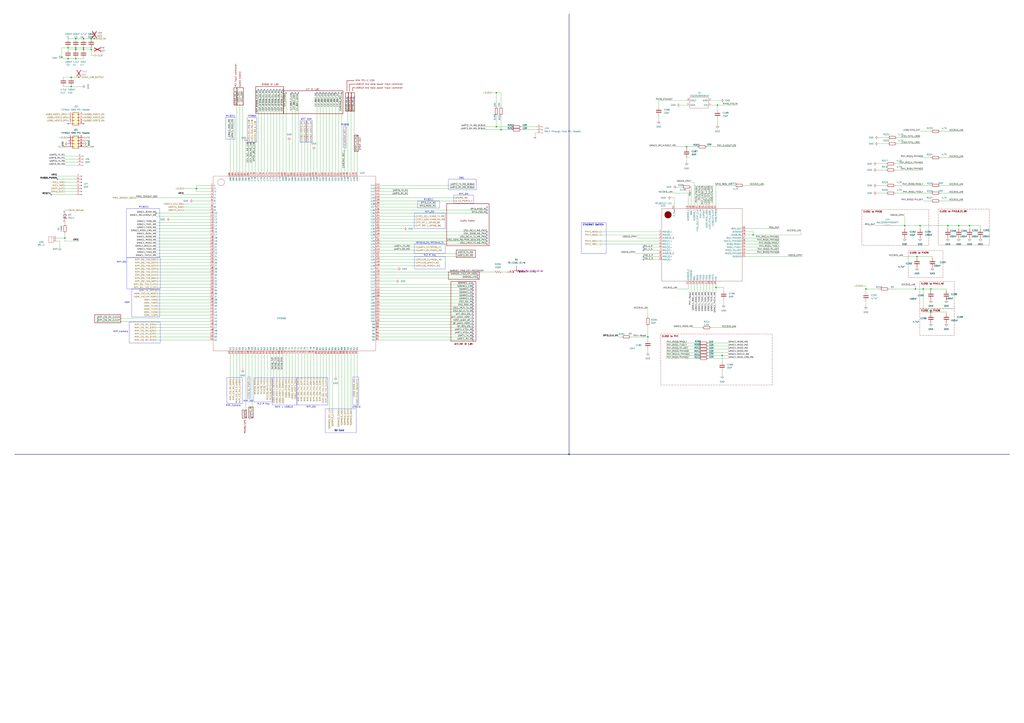
<source format=kicad_sch>
(kicad_sch (version 20231120) (generator "eeschema") (generator_version "8.0")
  (paper "A1")
  (junction (at 53.34 195.58))
  (junction (at 563.88 120.65))
  (junction (at 68.58 39.37))
  (junction (at 62.23 40.64))
  (junction (at 77.5403 31.75))
  (junction (at 62.23 39.37))
  (junction (at 74.93 31.75))
  (junction (at 64.7276 63.5))
  (junction (at 55.88 48.26))
  (junction (at 407.67 76.2))
  (junction (at 467.36 373.38))
  (junction (at 58.42 71.12))
  (junction (at 50.8 46.99))
  (junction (at 68.58 40.64))
  (junction (at 711.2 237.49))
  (junction (at 758.19 237.49))
  (junction (at 532.13 276.86))
  (junction (at 68.58 31.75))
  (junction (at 55.88 39.37))
  (junction (at 764.54 256.54))
  (junction (at 62.23 48.26))
  (junction (at 787.4 185.42))
  (junction (at 588.01 236.22))
  (junction (at 778.51 185.42))
  (junction (at 753.11 210.82))
  (junction (at 161.29 154.94))
  (junction (at 618.49 193.04))
  (junction (at 411.48 106.68))
  (junction (at 593.09 292.1))
  (junction (at 589.28 86.36))
  (junction (at 751.84 237.49))
  (junction (at 407.67 104.14))
  (junction (at 755.65 185.42))
  (junction (at 764.54 237.49))
  (junction (at 742.95 185.42))
  (junction (at 74.8293 40.64))
  (junction (at 58.42 63.5))
  (junction (at 796.29 185.42))
  (junction (at 62.23 31.75))
  (no_connect (at 388.62 269.24))
  (no_connect (at 388.62 254))
  (no_connect (at 229.87 73.66))
  (no_connect (at 400.05 170.18))
  (no_connect (at 388.62 276.86))
  (no_connect (at 392.43 226.06))
  (no_connect (at 528.32 210.82))
  (no_connect (at 388.62 251.46))
  (no_connect (at 217.17 73.66))
  (no_connect (at 400.05 190.5))
  (no_connect (at 222.25 73.66))
  (no_connect (at 214.63 73.66))
  (no_connect (at 400.05 198.12))
  (no_connect (at 80.01 261.62))
  (no_connect (at 388.62 271.78))
  (no_connect (at 400.05 200.66))
  (no_connect (at 388.62 236.22))
  (no_connect (at 262.89 76.2))
  (no_connect (at 55.88 101.6))
  (no_connect (at 224.79 73.66))
  (no_connect (at 227.33 73.66))
  (no_connect (at 400.05 172.72))
  (no_connect (at 288.29 80.01))
  (no_connect (at 388.62 259.08))
  (no_connect (at 388.62 261.62))
  (no_connect (at 388.62 256.54))
  (no_connect (at 68.58 101.6))
  (no_connect (at 388.62 246.38))
  (no_connect (at 240.03 76.2))
  (no_connect (at 528.32 205.74))
  (no_connect (at 41.91 160.02))
  (no_connect (at 201.93 342.9))
  (no_connect (at 46.99 147.32))
  (no_connect (at 400.05 175.26))
  (no_connect (at 392.43 228.6))
  (no_connect (at 270.51 76.2))
  (no_connect (at 273.05 76.2))
  (no_connect (at 388.62 248.92))
  (no_connect (at 234.95 76.2))
  (no_connect (at 290.83 80.01))
  (no_connect (at 400.05 193.04))
  (no_connect (at 388.62 279.4))
  (no_connect (at 400.05 195.58))
  (no_connect (at 388.62 241.3))
  (no_connect (at 245.11 76.2))
  (no_connect (at 278.13 76.2))
  (no_connect (at 128.27 175.26))
  (no_connect (at 388.62 274.32))
  (no_connect (at 232.41 73.66))
  (no_connect (at 388.62 233.68))
  (no_connect (at 280.67 76.2))
  (no_connect (at 388.62 264.16))
  (no_connect (at 242.57 76.2))
  (no_connect (at 219.71 73.66))
  (no_connect (at 267.97 76.2))
  (no_connect (at 212.09 73.66))
  (no_connect (at 80.01 264.16))
  (no_connect (at 207.01 342.9))
  (no_connect (at 265.43 76.2))
  (no_connect (at 388.62 243.84))
  (no_connect (at 285.75 80.01))
  (no_connect (at 388.62 266.7))
  (no_connect (at 275.59 76.2))
  (no_connect (at 293.37 111.76))
  (no_connect (at 388.62 238.76))
  (no_connect (at 528.32 203.2))
  (no_connect (at 528.32 213.36))
  (no_connect (at 260.35 76.2))
  (wire (pts (xy 311.15 182.88) (xy 341.63 182.88)))
  (wire (pts (xy 758.19 139.7) (xy 735.33 139.7)))
  (wire (pts (xy 765.81 210.82) (xy 765.81 212.09)))
  (wire (pts (xy 46.5105 195.58) (xy 53.34 195.58)))
  (wire (pts (xy 217.17 82.55) (xy 217.17 142.24)))
  (wire (pts (xy 53.34 157.48) (xy 62.23 157.48)))
  (wire (pts (xy 53.34 152.4) (xy 62.23 152.4)))
  (wire (pts (xy 796.29 185.42) (xy 805.18 185.42)))
  (wire (pts (xy 640.08 187.96) (xy 612.14 187.96)))
  (wire (pts (xy 741.68 210.82) (xy 753.11 210.82)))
  (wire (pts (xy 58.42 63.5) (xy 64.7276 63.5)))
  (wire (pts (xy 720.09 139.7) (xy 727.71 139.7)))
  (wire (pts (xy 240.03 76.2) (xy 240.03 142.24)))
  (wire (pts (xy 129.54 218.44) (xy 172.72 218.44)))
  (wire (pts (xy 129.54 233.68) (xy 172.72 233.68)))
  (wire (pts (xy 222.25 80.01) (xy 222.25 142.24)))
  (wire (pts (xy 46.99 144.78) (xy 62.23 144.78)))
  (wire (pts (xy 214.63 83.82) (xy 214.63 142.24)))
  (wire (pts (xy 262.89 290.83) (xy 262.89 311.15)))
  (wire (pts (xy 76.6818 40.6392) (xy 76.6818 40.64)))
  (wire (pts (xy 194.31 311.15) (xy 194.31 290.83)))
  (wire (pts (xy 589.28 90.17) (xy 589.28 86.36)))
  (wire (pts (xy 53.34 149.86) (xy 62.23 149.86)))
  (wire (pts (xy 219.7076 81.28) (xy 219.71 81.28)))
  (wire (pts (xy 582.93 152.4) (xy 582.93 168.91)))
  (wire (pts (xy 189.23 311.15) (xy 189.23 290.83)))
  (wire (pts (xy 407.67 76.2) (xy 407.67 87.63)))
  (wire (pts (xy 758.19 256.54) (xy 764.54 256.54)))
  (wire (pts (xy 129.54 215.9) (xy 172.72 215.9)))
  (wire (pts (xy 581.66 289.56) (xy 598.17 289.56)))
  (wire (pts (xy 311.15 154.94) (xy 389.89 154.94)))
  (wire (pts (xy 427.99 106.68) (xy 440.69 106.68)))
  (wire (pts (xy 285.75 80.01) (xy 285.75 142.24)))
  (polyline (pts (xy 287.02 69.1057) (xy 291.4165 69.1057)) (stroke (width 0.3048) (color 132 0 0 1)))
  (wire (pts (xy 439.42 109.22) (xy 439.42 111.76)))
  (wire (pts (xy 132.6203 256.5382) (xy 132.6203 256.54)))
  (wire (pts (xy 732.79 185.42) (xy 742.95 185.42)))
  (wire (pts (xy 494.03 198.12) (xy 541.02 198.12)))
  (wire (pts (xy 280.67 336.55) (xy 280.67 290.83)))
  (wire (pts (xy 128.27 271.78) (xy 172.72 271.78)))
  (wire (pts (xy 791.21 107.95) (xy 772.16 107.95)))
  (wire (pts (xy 128.27 185.42) (xy 172.72 185.42)))
  (wire (pts (xy 132.6203 256.54) (xy 172.72 256.54)))
  (wire (pts (xy 758.19 134.62) (xy 735.33 134.62)))
  (wire (pts (xy 567.69 149.86) (xy 570.23 149.86)))
  (wire (pts (xy 311.15 228.6) (xy 392.43 228.6)))
  (wire (pts (xy 541.02 82.55) (xy 563.88 82.55)))
  (wire (pts (xy 111.76 162.56) (xy 172.72 162.56)))
  (wire (pts (xy 585.47 240.03) (xy 585.47 233.68)))
  (wire (pts (xy 131.3503 259.08) (xy 172.72 259.08)))
  (wire (pts (xy 411.48 76.2) (xy 407.67 76.2)))
  (wire (pts (xy 640.08 203.2) (xy 612.14 203.2)))
  (wire (pts (xy 764.54 256.54) (xy 777.24 256.54)))
  (wire (pts (xy 196.85 311.15) (xy 196.85 290.83)))
  (wire (pts (xy 128.27 195.58) (xy 172.72 195.58)))
  (bus (pts (xy 467.36 11.43) (xy 467.36 373.38)))
  (wire (pts (xy 50.8 39.37) (xy 50.8 46.99)))
  (wire (pts (xy 311.15 193.04) (xy 400.05 193.04)))
  (wire (pts (xy 547.37 281.94) (xy 574.04 281.94)))
  (wire (pts (xy 585.47 152.4) (xy 585.47 168.91)))
  (wire (pts (xy 580.39 152.4) (xy 580.39 168.91)))
  (wire (pts (xy 311.15 162.56) (xy 373.38 162.56)))
  (wire (pts (xy 265.43 290.83) (xy 265.43 311.15)))
  (wire (pts (xy 285.75 336.55) (xy 285.75 290.83)))
  (wire (pts (xy 311.15 261.62) (xy 388.62 261.62)))
  (wire (pts (xy 565.15 237.49) (xy 556.26 237.49)))
  (wire (pts (xy 588.01 152.4) (xy 603.25 152.4)))
  (wire (pts (xy 161.29 154.94) (xy 172.72 154.94)))
  (wire (pts (xy 232.4076 74.93) (xy 232.41 74.93)))
  (wire (pts (xy 730.25 237.49) (xy 751.84 237.49)))
  (wire (pts (xy 53.34 128.27) (xy 63.5 128.27)))
  (wire (pts (xy 778.51 185.42) (xy 778.51 187.96)))
  (wire (pts (xy 135.1603 251.4582) (xy 135.1603 251.46)))
  (wire (pts (xy 229.87 290.83) (xy 229.87 311.15)))
  (wire (pts (xy 140.2403 241.3) (xy 172.72 241.3)))
  (wire (pts (xy 577.85 240.03) (xy 577.85 233.68)))
  (wire (pts (xy 577.85 152.4) (xy 577.85 168.91)))
  (wire (pts (xy 335.28 157.48) (xy 311.15 157.48)))
  (wire (pts (xy 128.27 279.4) (xy 172.72 279.4)))
  (wire (pts (xy 411.48 95.25) (xy 411.48 106.68)))
  (wire (pts (xy 128.27 200.66) (xy 172.72 200.66)))
  (wire (pts (xy 581.66 281.94) (xy 598.17 281.94)))
  (wire (pts (xy 311.15 226.06) (xy 392.43 226.06)))
  (wire (pts (xy 247.65 116.84) (xy 247.65 142.24)))
  (wire (pts (xy 311.15 241.3) (xy 388.62 241.3)))
  (wire (pts (xy 55.88 31.75) (xy 62.23 31.75)))
  (wire (pts (xy 565.15 158.75) (xy 552.45 158.75)))
  (wire (pts (xy 721.36 113.03) (xy 728.98 113.03)))
  (wire (pts (xy 589.28 86.36) (xy 605.79 86.36)))
  (wire (pts (xy 532.13 276.86) (xy 532.13 279.4)))
  (wire (pts (xy 547.37 294.64) (xy 574.04 294.64)))
  (wire (pts (xy 130.0803 238.7582) (xy 141.5103 238.7582)))
  (wire (pts (xy 772.16 165.1) (xy 791.21 165.1)))
  (wire (pts (xy 311.15 236.22) (xy 388.62 236.22)))
  (wire (pts (xy 212.09 73.66) (xy 212.09 142.24)))
  (wire (pts (xy 358.14 170.18) (xy 311.15 170.18)))
  (wire (pts (xy 494.03 190.5) (xy 541.02 190.5)))
  (wire (pts (xy 521.97 208.28) (xy 541.02 208.28)))
  (wire (pts (xy 541.02 99.06) (xy 541.02 95.25)))
  (wire (pts (xy 593.09 292.1) (xy 598.17 292.1)))
  (wire (pts (xy 581.66 287.02) (xy 598.17 287.02)))
  (wire (pts (xy 128.27 177.8) (xy 172.72 177.8)))
  (wire (pts (xy 222.2476 80.01) (xy 222.25 80.01)))
  (wire (pts (xy 758.19 237.49) (xy 758.19 256.54)))
  (wire (pts (xy 311.15 208.28) (xy 388.62 208.28)))
  (wire (pts (xy 204.47 116.84) (xy 204.47 142.24)))
  (wire (pts (xy 796.29 185.42) (xy 796.29 187.96)))
  (wire (pts (xy 711.2 234.95) (xy 711.2 237.49)))
  (wire (pts (xy 659.13 210.82) (xy 612.14 210.82)))
  (wire (pts (xy 311.15 256.54) (xy 388.62 256.54)))
  (wire (pts (xy 311.15 251.46) (xy 388.62 251.46)))
  (wire (pts (xy 53.34 135.89) (xy 63.5 135.89)))
  (polyline (pts (xy 284.9657 74.8383) (xy 284.9636 66.3367)) (stroke (width 0.3048) (color 132 0 0 1)))
  (wire (pts (xy 49.0505 198.1935) (xy 46.5105 198.1935)))
  (wire (pts (xy 278.13 76.2) (xy 278.13 142.24)))
  (wire (pts (xy 311.15 177.8) (xy 341.63 177.8)))
  (wire (pts (xy 74.8293 45.5877) (xy 74.8293 40.64)))
  (wire (pts (xy 293.37 111.76) (xy 293.37 142.24)))
  (wire (pts (xy 68.58 40.64) (xy 74.8293 40.64)))
  (wire (pts (xy 588.01 233.68) (xy 588.01 236.22)))
  (wire (pts (xy 288.29 336.55) (xy 288.29 290.83)))
  (wire (pts (xy 553.72 162.56) (xy 551.18 162.56)))
  (wire (pts (xy 130.0803 248.9182) (xy 136.4303 248.9182)))
  (wire (pts (xy 311.15 259.08) (xy 388.62 259.08)))
  (wire (pts (xy 151.13 172.72) (xy 172.72 172.72)))
  (wire (pts (xy 720.09 158.75) (xy 727.71 158.75)))
  (wire (pts (xy 219.71 311.15) (xy 219.71 290.83)))
  (wire (pts (xy 62.23 31.75) (xy 68.58 31.75)))
  (wire (pts (xy 252.73 116.84) (xy 252.73 142.24)))
  (wire (pts (xy 751.84 237.49) (xy 758.19 237.49)))
  (wire (pts (xy 128.27 187.96) (xy 172.72 187.96)))
  (wire (pts (xy 222.2476 73.8414) (xy 222.2476 80.01)))
  (wire (pts (xy 53.34 198.1935) (xy 64.77 198.1935)))
  (wire (pts (xy 273.05 76.2) (xy 273.05 142.24)))
  (wire (pts (xy 311.15 271.78) (xy 388.62 271.78)))
  (polyline (pts (xy 287.02 74.93) (xy 287.02 69.1057)) (stroke (width 0.3048) (color 132 0 0 1)))
  (wire (pts (xy 129.54 226.06) (xy 172.72 226.06)))
  (wire (pts (xy 407.67 104.14) (xy 420.37 104.14)))
  (wire (pts (xy 260.35 76.2) (xy 260.35 142.24)))
  (wire (pts (xy 311.15 190.5) (xy 400.05 190.5)))
  (wire (pts (xy 68.58 39.37) (xy 62.23 39.37)))
  (wire (pts (xy 528.32 213.36) (xy 541.02 213.36)))
  (wire (pts (xy 161.29 152.4) (xy 172.72 152.4)))
  (wire (pts (xy 128.27 198.12) (xy 172.72 198.12)))
  (wire (pts (xy 640.08 198.12) (xy 612.14 198.12)))
  (wire (pts (xy 224.79 78.74) (xy 224.79 142.24)))
  (wire (pts (xy 341.63 215.9) (xy 311.15 215.9)))
  (wire (pts (xy 412.75 223.52) (xy 416.56 223.52)))
  (wire (pts (xy 311.15 254) (xy 388.62 254)))
  (wire (pts (xy 270.51 76.2) (xy 270.51 142.24)))
  (wire (pts (xy 311.15 276.86) (xy 388.62 276.86)))
  (wire (pts (xy 736.6 113.03) (xy 755.65 113.03)))
  (wire (pts (xy 55.88 40.64) (xy 62.23 40.64)))
  (wire (pts (xy 128.27 175.26) (xy 172.72 175.26)))
  (wire (pts (xy 400.05 172.72) (xy 311.15 172.72)))
  (wire (pts (xy 604.52 120.65) (xy 580.39 120.65)))
  (wire (pts (xy 640.08 200.66) (xy 612.14 200.66)))
  (wire (pts (xy 311.15 246.38) (xy 388.62 246.38)))
  (wire (pts (xy 411.48 106.68) (xy 420.37 106.68)))
  (wire (pts (xy 791.21 152.4) (xy 772.16 152.4)))
  (wire (pts (xy 742.95 185.42) (xy 755.65 185.42)))
  (wire (pts (xy 555.7876 153.67) (xy 560.07 153.67)))
  (wire (pts (xy 138.9703 243.8382) (xy 138.9703 243.84)))
  (wire (pts (xy 227.33 290.83) (xy 227.33 311.15)))
  (wire (pts (xy 311.15 220.98) (xy 326.39 220.98)))
  (wire (pts (xy 201.93 116.84) (xy 201.93 142.24)))
  (wire (pts (xy 191.77 311.15) (xy 191.77 290.83)))
  (wire (pts (xy 518.16 276.86) (xy 532.13 276.86)))
  (wire (pts (xy 265.43 76.2) (xy 265.43 142.24)))
  (wire (pts (xy 618.49 193.04) (xy 612.14 193.04)))
  (wire (pts (xy 753.11 210.82) (xy 765.81 210.82)))
  (wire (pts (xy 137.7003 246.3782) (xy 137.7003 246.38)))
  (wire (pts (xy 311.15 187.96) (xy 331.47 187.96)))
  (wire (pts (xy 64.77 198.12) (xy 64.77 198.1935)))
  (wire (pts (xy 593.09 292.1) (xy 593.09 297.18)))
  (wire (pts (xy 758.19 237.49) (xy 764.54 237.49)))
  (wire (pts (xy 311.15 165.1) (xy 373.38 165.1)))
  (wire (pts (xy 755.65 185.42) (xy 755.65 187.96)))
  (wire (pts (xy 708.66 234.95) (xy 711.2 234.95)))
  (wire (pts (xy 130.0803 253.9982) (xy 133.8903 253.9982)))
  (wire (pts (xy 528.32 203.2) (xy 541.02 203.2)))
  (wire (pts (xy 128.27 193.04) (xy 172.72 193.04)))
  (wire (pts (xy 528.32 205.74) (xy 541.02 205.74)))
  (wire (pts (xy 427.99 104.14) (xy 440.69 104.14)))
  (wire (pts (xy 54.61 93.98) (xy 55.88 93.98)))
  (wire (pts (xy 720.09 134.62) (xy 727.71 134.62)))
  (wire (pts (xy 219.71 81.28) (xy 219.71 142.24)))
  (wire (pts (xy 288.29 80.01) (xy 288.29 142.24)))
  (wire (pts (xy 77.3693 45.5877) (xy 74.8293 45.5877)))
  (wire (pts (xy 214.6276 83.82) (xy 214.63 83.82)))
  (wire (pts (xy 128.27 266.7) (xy 172.72 266.7)))
  (wire (pts (xy 49.0505 203.2735) (xy 49.0505 198.1935)))
  (wire (pts (xy 130.0803 241.2982) (xy 140.2403 241.2982)))
  (wire (pts (xy 494.03 200.66) (xy 541.02 200.66)))
  (wire (pts (xy 214.63 311.15) (xy 214.63 290.83)))
  (wire (pts (xy 341.63 218.44) (xy 311.15 218.44)))
  (wire (pts (xy 151.13 170.18) (xy 172.72 170.18)))
  (wire (pts (xy 53.34 184.15) (xy 53.34 182.88)))
  (wire (pts (xy 229.8676 76.2) (xy 229.87 76.2)))
  (wire (pts (xy 237.49 115.57) (xy 237.49 142.24)))
  (wire (pts (xy 565.15 168.91) (xy 565.15 158.75)))
  (wire (pts (xy 237.49 311.15) (xy 237.49 290.83)))
  (wire (pts (xy 255.27 116.84) (xy 255.27 142.24)))
  (wire (pts (xy 273.05 336.55) (xy 273.05 290.83)))
  (wire (pts (xy 128.27 182.88) (xy 172.72 182.88)))
  (wire (pts (xy 311.15 198.12) (xy 400.05 198.12)))
  (wire (pts (xy 68.58 31.75) (xy 74.93 31.75)))
  (wire (pts (xy 212.09 311.15) (xy 212.09 290.83)))
  (wire (pts (xy 141.5103 238.7582) (xy 141.5103 238.76)))
  (wire (pts (xy 204.47 311.15) (xy 204.47 290.83)))
  (wire (pts (xy 255.27 290.83) (xy 255.27 311.15)))
  (wire (pts (xy 311.15 274.32) (xy 388.62 274.32)))
  (wire (pts (xy 52.07 63.5) (xy 58.42 63.5)))
  (wire (pts (xy 398.78 104.14) (xy 407.67 104.14)))
  (wire (pts (xy 280.67 76.2) (xy 280.67 142.24)))
  (wire (pts (xy 618.49 190.5) (xy 618.49 193.04)))
  (wire (pts (xy 240.03 311.15) (xy 240.03 290.83)))
  (wire (pts (xy 62.23 40.64) (xy 68.58 40.64)))
  (wire (pts (xy 753.11 210.82) (xy 753.11 212.09)))
  (wire (pts (xy 50.8 48.26) (xy 55.88 48.26)))
  (wire (pts (xy 758.19 165.1) (xy 764.54 165.1)))
  (wire (pts (xy 161.29 154.94) (xy 161.29 152.4)))
  (wire (pts (xy 764.54 237.49) (xy 777.24 237.49)))
  (wire (pts (xy 547.37 289.56) (xy 574.04 289.56)))
  (wire (pts (xy 805.18 185.42) (xy 805.18 187.96)))
  (wire (pts (xy 139.7 180.34) (xy 172.72 180.34)))
  (wire (pts (xy 207.01 116.84) (xy 207.01 142.24)))
  (wire (pts (xy 201.93 290.83) (xy 201.93 342.9)))
  (wire (pts (xy 217.1676 73.8414) (xy 217.1676 82.55)))
  (wire (pts (xy 751.84 237.49) (xy 751.84 234.95)))
  (wire (pts (xy 129.54 220.98) (xy 172.72 220.98)))
  (wire (pts (xy 74.93 39.37) (xy 68.58 39.37)))
  (wire (pts (xy 137.7003 246.38) (xy 172.72 246.38)))
  (wire (pts (xy 618.49 190.5) (xy 612.14 190.5)))
  (wire (pts (xy 777.24 256.54) (xy 777.24 257.81)))
  (wire (pts (xy 589.28 102.87) (xy 589.28 97.79)))
  (wire (pts (xy 283.21 336.55) (xy 283.21 290.83)))
  (wire (pts (xy 74.93 31.75) (xy 77.5403 31.75)))
  (wire (pts (xy 721.36 118.11) (xy 728.98 118.11)))
  (wire (pts (xy 209.55 116.84) (xy 209.55 142.24)))
  (wire (pts (xy 558.8 86.36) (xy 563.88 86.36)))
  (wire (pts (xy 141.5103 238.76) (xy 172.72 238.76)))
  (wire (pts (xy 778.51 185.42) (xy 787.4 185.42)))
  (wire (pts (xy 311.15 266.7) (xy 388.62 266.7)))
  (wire (pts (xy 260.35 290.83) (xy 260.35 311.15)))
  (wire (pts (xy 219.7076 73.8414) (xy 219.7076 81.28)))
  (wire (pts (xy 568.96 269.24) (xy 576.58 269.24)))
  (wire (pts (xy 189.23 97.79) (xy 189.23 142.24)))
  (wire (pts (xy 567.69 153.67) (xy 567.69 168.91)))
  (wire (pts (xy 55.88 48.26) (xy 62.23 48.26)))
  (wire (pts (xy 128.27 210.82) (xy 172.72 210.82)))
  (wire (pts (xy 262.89 76.2) (xy 262.89 142.24)))
  (wire (pts (xy 55.88 172.72) (xy 53.34 172.72)))
  (wire (pts (xy 580.39 240.03) (xy 580.39 233.68)))
  (wire (pts (xy 128.27 203.2) (xy 172.72 203.2)))
  (wire (pts (xy 593.09 304.8) (xy 593.09 308.61)))
  (polyline (pts (xy 284.9636 66.3367) (xy 290.9533 66.3345)) (stroke (width 0.3048) (color 132 0 0 1)))
  (wire (pts (xy 80.01 264.16) (xy 172.72 264.16)))
  (wire (pts (xy 594.36 236.22) (xy 588.01 236.22)))
  (wire (pts (xy 242.57 76.2) (xy 242.57 142.24)))
  (wire (pts (xy 581.66 292.1) (xy 593.09 292.1)))
  (wire (pts (xy 358.14 167.64) (xy 311.15 167.64)))
  (wire (pts (xy 581.66 284.48) (xy 598.17 284.48)))
  (wire (pts (xy 158.75 165.1) (xy 172.72 165.1)))
  (wire (pts (xy 532.13 254) (xy 532.13 260.35)))
  (wire (pts (xy 133.8903 254) (xy 172.72 254)))
  (wire (pts (xy 440.69 109.22) (xy 439.42 109.22)))
  (wire (pts (xy 311.15 243.84) (xy 388.62 243.84)))
  (wire (pts (xy 582.93 240.03) (xy 582.93 233.68)))
  (wire (pts (xy 130.0803 251.4582) (xy 135.1603 251.4582)))
  (wire (pts (xy 138.9703 243.84) (xy 172.72 243.84)))
  (wire (pts (xy 311.15 210.82) (xy 388.62 210.82)))
  (wire (pts (xy 55.8481 120.65) (xy 55.88 120.65)))
  (wire (pts (xy 130.0803 243.8382) (xy 138.9703 243.8382)))
  (wire (pts (xy 610.87 152.4) (xy 627.38 152.4)))
  (wire (pts (xy 311.15 180.34) (xy 341.63 180.34)))
  (wire (pts (xy 572.77 152.4) (xy 572.77 168.91)))
  (wire (pts (xy 140.2403 241.2982) (xy 140.2403 241.3)))
  (wire (pts (xy 570.23 240.03) (xy 570.23 233.68)))
  (wire (pts (xy 194.31 74.93) (xy 194.31 142.24)))
  (wire (pts (xy 129.54 228.6) (xy 172.72 228.6)))
  (wire (pts (xy 53.34 130.81) (xy 63.5 130.81)))
  (wire (pts (xy 232.41 74.93) (xy 232.41 142.24)))
  (wire (pts (xy 575.31 240.03) (xy 575.31 233.68)))
  (wire (pts (xy 565.15 233.68) (xy 565.15 237.49)))
  (wire (pts (xy 400.05 200.66) (xy 311.15 200.66)))
  (wire (pts (xy 64.7276 63.5) (xy 67.31 63.5)))
  (wire (pts (xy 293.37 311.15) (xy 293.37 290.83)))
  (wire (pts (xy 711.2 237.49) (xy 722.63 237.49)))
  (wire (pts (xy 311.15 152.4) (xy 389.89 152.4)))
  (wire (pts (xy 214.6276 73.8414) (xy 214.6276 83.82)))
  (wire (pts (xy 594.36 236.22) (xy 594.36 238.76)))
  (wire (pts (xy 567.69 240.03) (xy 567.69 233.68)))
  (wire (pts (xy 290.83 80.01) (xy 290.83 142.24)))
  (wire (pts (xy 736.6 118.11) (xy 755.65 118.11)))
  (wire (pts (xy 136.4303 248.9182) (xy 136.4303 248.92)))
  (wire (pts (xy 227.3276 77.47) (xy 227.33 77.47)))
  (wire (pts (xy 128.27 276.86) (xy 172.72 276.86)))
  (wire (pts (xy 224.7876 73.8414) (xy 224.7876 78.74)))
  (polyline (pts (xy 289.56 74.93) (xy 289.56 72.1288)) (stroke (width 0.3048) (color 132 0 0 1)))
  (wire (pts (xy 53.34 154.94) (xy 62.23 154.94)))
  (bus (pts (xy 467.36 373.38) (xy 829.31 373.38)))
  (wire (pts (xy 245.11 76.2) (xy 245.11 142.24)))
  (wire (pts (xy 199.39 74.93) (xy 199.39 142.24)))
  (polyline (pts (xy 289.56 72.1288) (xy 291.3359 72.1288)) (stroke (width 0.3048) (color 132 0 0 1)))
  (wire (pts (xy 575.31 152.4) (xy 575.31 168.91)))
  (wire (pts (xy 128.27 190.5) (xy 172.72 190.5)))
  (wire (pts (xy 232.4076 73.8414) (xy 232.4076 74.93)))
  (wire (pts (xy 532.13 287.02) (xy 532.13 289.56)))
  (wire (pts (xy 217.17 311.15) (xy 217.17 290.83)))
  (wire (pts (xy 411.48 87.63) (xy 411.48 76.2)))
  (wire (pts (xy 46.99 147.32) (xy 62.23 147.32)))
  (wire (pts (xy 400.05 175.26) (xy 311.15 175.26)))
  (wire (pts (xy 80.01 261.62) (xy 172.72 261.62)))
  (wire (pts (xy 136.4303 248.92) (xy 172.72 248.92)))
  (wire (pts (xy 570.23 149.86) (xy 570.23 168.91)))
  (wire (pts (xy 227.3276 73.8414) (xy 227.3276 77.47)))
  (wire (pts (xy 787.4 185.42) (xy 787.4 187.96)))
  (wire (pts (xy 267.97 76.2) (xy 267.97 142.24)))
  (wire (pts (xy 657.86 193.04) (xy 618.49 193.04)))
  (wire (pts (xy 131.3503 259.0782) (xy 131.3503 259.08)))
  (wire (pts (xy 523.24 195.58) (xy 541.02 195.58)))
  (wire (pts (xy 55.88 39.37) (xy 50.8 39.37)))
  (wire (pts (xy 130.0803 256.5382) (xy 132.6203 256.5382)))
  (wire (pts (xy 720.09 152.4) (xy 727.71 152.4)))
  (wire (pts (xy 311.15 233.68) (xy 388.62 233.68)))
  (wire (pts (xy 53.34 191.77) (xy 53.34 195.58)))
  (wire (pts (xy 311.15 195.58) (xy 400.05 195.58)))
  (wire (pts (xy 128.27 208.28) (xy 172.72 208.28)))
  (wire (pts (xy 311.15 203.2) (xy 341.63 203.2)))
  (wire (pts (xy 161.29 157.48) (xy 172.72 157.48)))
  (wire (pts (xy 129.54 213.36) (xy 172.72 213.36)))
  (wire (pts (xy 278.13 336.55) (xy 278.13 290.83)))
  (wire (pts (xy 128.27 269.24) (xy 172.72 269.24)))
  (wire (pts (xy 77.5403 31.75) (xy 78.74 31.75)))
  (wire (pts (xy 764.54 237.49) (xy 764.54 238.76)))
  (wire (pts (xy 563.88 120.65) (xy 563.88 121.92)))
  (wire (pts (xy 247.65 290.83) (xy 247.65 311.15)))
  (wire (pts (xy 129.54 236.22) (xy 172.72 236.22)))
  (wire (pts (xy 398.78 106.68) (xy 411.48 106.68)))
  (wire (pts (xy 135.1603 251.46) (xy 172.72 251.46)))
  (wire (pts (xy 335.28 160.02) (xy 311.15 160.02)))
  (wire (pts (xy 563.88 120.65) (xy 572.77 120.65)))
  (wire (pts (xy 224.79 290.83) (xy 224.79 311.15)))
  (wire (pts (xy 755.65 185.42) (xy 778.51 185.42)))
  (wire (pts (xy 311.15 205.74) (xy 341.63 205.74)))
  (wire (pts (xy 275.59 76.2) (xy 275.59 142.24)))
  (wire (pts (xy 224.7876 78.74) (xy 224.79 78.74)))
  (wire (pts (xy 52.07 71.12) (xy 58.42 71.12)))
  (wire (pts (xy 791.21 158.75) (xy 772.16 158.75)))
  (wire (pts (xy 130.0803 259.0782) (xy 131.3503 259.0782)))
  (wire (pts (xy 128.27 274.32) (xy 172.72 274.32)))
  (wire (pts (xy 553.72 168.91) (xy 553.72 162.56)))
  (wire (pts (xy 735.33 158.75) (xy 764.54 158.75)))
  (wire (pts (xy 735.33 152.4) (xy 764.54 152.4)))
  (wire (pts (xy 640.08 195.58) (xy 612.14 195.58)))
  (wire (pts (xy 777.24 237.49) (xy 777.24 238.76)))
  (wire (pts (xy 640.08 208.28) (xy 612.14 208.28)))
  (wire (pts (xy 547.37 287.02) (xy 574.04 287.02)))
  (wire (pts (xy 58.42 71.12) (xy 67.31 71.12)))
  (wire (pts (xy 62.23 39.37) (xy 55.88 39.37)))
  (wire (pts (xy 191.77 97.79) (xy 191.77 142.24)))
  (wire (pts (xy 151.13 154.94) (xy 161.29 154.94)))
  (wire (pts (xy 311.15 238.76) (xy 388.62 238.76)))
  (wire (pts (xy 787.4 185.42) (xy 796.29 185.42)))
  (wire (pts (xy 711.2 247.65) (xy 711.2 251.46)))
  (wire (pts (xy 589.28 86.36) (xy 584.2 86.36)))
  (wire (pts (xy 199.39 290.83) (xy 199.39 303.53)))
  (wire (pts (xy 245.11 290.83) (xy 245.11 311.15)))
  (wire (pts (xy 718.82 185.42) (xy 725.17 185.42)))
  (wire (pts (xy 594.36 246.38) (xy 594.36 250.19)))
  (wire (pts (xy 41.91 160.02) (xy 62.23 160.02)))
  (wire (pts (xy 554.99 120.65) (xy 563.88 120.65)))
  (wire (pts (xy 591.82 82.55) (xy 584.2 82.55)))
  (wire (pts (xy 588.01 236.22) (xy 588.01 240.03)))
  (wire (pts (xy 229.87 76.2) (xy 229.87 142.24)))
  (wire (pts (xy 257.81 290.83) (xy 257.81 311.15)))
  (wire (pts (xy 311.15 248.92) (xy 388.62 248.92)))
  (wire (pts (xy 532.13 276.86) (xy 532.13 267.97)))
  (wire (pts (xy 764.54 129.54) (xy 758.19 129.54)))
  (wire (pts (xy 232.41 290.83) (xy 232.41 311.15)))
  (wire (pts (xy 755.65 107.95) (xy 764.54 107.95)))
  (wire (pts (xy 209.55 311.15) (xy 209.55 290.83)))
  (wire (pts (xy 311.15 264.16) (xy 388.62 264.16)))
  (wire (pts (xy 217.1676 82.55) (xy 217.17 82.55)))
  (wire (pts (xy 657.86 190.5) (xy 657.86 193.04)))
  (wire (pts (xy 250.19 290.83) (xy 250.19 311.15)))
  (wire (pts (xy 588.01 152.4) (xy 588.01 168.91)))
  (wire (pts (xy 584.2 269.24) (xy 604.52 269.24)))
  (bus (pts (xy 12.0751 373.38) (xy 12.0751 373.4167)))
  (wire (pts (xy 62.23 48.26) (xy 68.58 48.26)))
  (wire (pts (xy 270.51 290.83) (xy 270.51 336.55)))
  (wire (pts (xy 250.19 116.84) (xy 250.19 142.24)))
  (wire (pts (xy 283.21 120.65) (xy 283.21 142.24)))
  (wire (pts (xy 133.8903 253.9982) (xy 133.8903 254)))
  (wire (pts (xy 129.54 223.52) (xy 172.72 223.52)))
  (wire (pts (xy 742.95 185.42) (xy 742.95 187.96)))
  (wire (pts (xy 508 276.86) (xy 510.54 276.86)))
  (wire (pts (xy 53.34 198.1935) (xy 53.34 195.58)))
  (wire (pts (xy 711.2 237.49) (xy 711.2 240.03)))
  (wire (pts (xy 311.15 269.24) (xy 388.62 269.24)))
  (wire (pts (xy 563.88 133.35) (xy 563.88 129.54)))
  (wire (pts (xy 407.67 95.25) (xy 407.67 104.14)))
  (wire (pts (xy 74.8293 40.64) (xy 76.6818 40.64)))
  (wire (pts (xy 267.97 290.83) (xy 267.97 311.15)))
  (wire (pts (xy 207.01 290.83) (xy 207.01 342.9)))
  (wire (pts (xy 581.66 294.64) (xy 598.17 294.64)))
  (wire (pts (xy 341.63 185.42) (xy 311.15 185.42)))
  (wire (pts (xy 764.54 256.54) (xy 764.54 257.81)))
  (wire (pts (xy 541.02 87.63) (xy 541.02 82.55)))
  (wire (pts (xy 742.95 185.42) (xy 742.95 177.8)))
  (wire (pts (xy 227.33 77.47) (xy 227.33 142.24)))
  (wire (pts (xy 50.8 46.99) (xy 50.8 48.26)))
  (wire (pts (xy 791.21 129.54) (xy 772.16 129.54)))
  (wire (pts (xy 257.81 123.19) (xy 257.81 142.24)))
  (wire (pts (xy 311.15 231.14) (xy 325.12 231.14)))
  (wire (pts (xy 640.08 205.74) (xy 612.14 205.74)))
  (wire (pts (xy 547.37 284.48) (xy 574.04 284.48)))
  (wire (pts (xy 151.13 167.64) (xy 172.72 167.64)))
  (bus (pts (xy 467.36 373.38) (xy 12.0751 373.38)))
  (wire (pts (xy 53.34 133.35) (xy 63.5 133.35)))
  (wire (pts (xy 311.15 223.52) (xy 405.13 223.52)))
  (wire (pts (xy 572.77 240.03) (xy 572.77 233.68)))
  (wire (pts (xy 128.27 205.74) (xy 172.72 205.74)))
  (wire (pts (xy 151.13 160.02) (xy 172.72 160.02)))
  (wire (pts (xy 161.29 154.94) (xy 161.29 157.48)))
  (wire (pts (xy 242.57 311.15) (xy 242.57 290.83)))
  (wire (pts (xy 222.25 311.15) (xy 222.25 290.83)))
  (wire (pts (xy 547.37 292.1) (xy 574.04 292.1)))
  (wire (pts (xy 252.73 290.83) (xy 252.73 311.15)))
  (wire (pts (xy 229.8676 73.8414) (xy 229.8676 76.2)))
  (wire (pts (xy 494.03 193.04) (xy 541.02 193.04)))
  (wire (pts (xy 528.32 210.82) (xy 541.02 210.82)))
  (wire (pts (xy 341.63 213.36) (xy 311.15 213.36)))
  (wire (pts (xy 275.59 290.83) (xy 275.59 309.88)))
  (wire (pts (xy 130.0803 246.3782) (xy 137.7003 246.3782)))
  (wire (pts (xy 311.15 279.4) (xy 388.62 279.4)))
  (wire (pts (xy 290.83 311.15) (xy 290.83 290.83)))
  (wire (pts (xy 431.8 223.52) (xy 438.15 223.52)))
  (wire (pts (xy 196.85 74.93) (xy 196.85 142.24)))
  (wire (pts (xy 403.86 76.2) (xy 407.67 76.2)))
  (wire (pts (xy 46.5105 195.58) (xy 46.5105 195.6535)))
  (wire (pts (xy 234.95 311.15) (xy 234.95 290.83)))
  (wire (pts (xy 234.95 76.2) (xy 234.95 142.24)))
  (wire (pts (xy 129.54 231.14) (xy 172.72 231.14)))
  (rectangle (start 232.915 74.6136) (end 281.6987 93.4096) (stroke (width 0.3048) (color 132 0 0 1)))
  (rectangle (start 203.2 309.88) (end 205.74 327.66))
  (rectangle (start 204.2797 334.4672) (end 207.9075 343.597) (stroke (width 0.3048) (color 132 0 0 1)))
  (rectangle (start 208.2829 310.4478) (end 223.5229 330.2))
  (rectangle (start 243.885 310.3678) (end 269.24 332.7198))
  (rectangle (start 286.2236 76.2023) (end 288.5835 91.44) (stroke (width 0.3048) (color 132 0 0 1)))
  (rectangle (start 194.6126 71.9699) (end 199.9332 86.36) (stroke (width 0.3048) (color 132 0 0 1)))
  (rectangle (start 372.5364 160.4479) (end 388.9821 166.9771))
  (rectangle (start 251.46 99.06) (end 256.54 116.84))
  (rectangle (start 198.8929 337.0296) (end 202.4489 343.6336) (stroke (width 0.3048) (color 132 0 0 1)))
  (rectangle (start 370.332 231.394) (end 390.906 280.416) (stroke (width 0.3048) (color 132 0 0 1)))
  (rectangle (start 289.56 309.88) (end 294.64 332.74))
  (rectangle (start 185.42 96.52) (end 193.04 114.3))
  (rectangle (start 106.0865 264.7254) (end 131.4865 281.94))
  (rectangle (start 368.3 147.32) (end 391.16 156.0295))
  (rectangle (start 342.9 165.1) (end 360.9834 171.1479))
  (rectangle (start 246.38 99.06) (end 251.46 116.84))
  (rectangle (start 374.703 205.4382) (end 390.423 211.5561) (stroke (width 0.3048) (color 132 0 0 1)))
  (rectangle (start 210.0556 71.12) (end 232.9156 93.4225) (stroke (width 0.3048) (color 132 0 0 1)))
  (rectangle (start 283.7594 76.2) (end 286.1997 91.44) (stroke (width 0.3048) (color 132 0 0 1)))
  (rectangle (start 108.3035 237.4291) (end 131.2489 260.6158))
  (rectangle (start 223.52 310.388) (end 243.84 332.74))
  (rectangle (start 104.14 211.7872) (end 131.541 237.3823))
  (rectangle (start 368.3 223.52) (end 393.7 229.6379) (stroke (width 0.3048) (color 132 0 0 1)))
  (rectangle (start 103.886 171.45) (end 131.064 211.836))
  (rectangle (start 288.6334 76.2) (end 291.1734 91.44) (stroke (width 0.3048) (color 132 0 0 1)))
  (rectangle (start 291.0038 111.0636) (end 294.3058 124.46) (stroke (width 0.3048) (color 132 0 0 1)))
  (rectangle (start 186.3844 310.1182) (end 199.0844 331.7082))
  (rectangle (start 203.2 96.52) (end 210.82 116.84))
  (rectangle (start 282.0206 103.776) (end 284.3066 121.556))
  (rectangle (start 340.36 175.26) (end 365.76 187.96))
  (rectangle (start 192.1179 71.9774) (end 194.5767 86.3637) (stroke (width 0.3048) (color 132 0 0 1)))
  (rectangle (start 208.28 342.9) (end 208.28 342.9))
  (rectangle (start 77.7298 258.6478) (end 99.1364 265.2489) (stroke (width 0.3048) (color 132 0 0 1)))
  (rectangle (start 366.7908 167.4033) (end 401.6774 201.93) (stroke (width 0.3048) (color 132 0 0 1)))
  (rectangle (start 340.36 200.66) (end 365.76 208.28))
  (rectangle (start 267.2598 335.9039) (end 292.6148 355.6))
  (rectangle (start 340.36 210.82) (end 365.76 220.98))
  (text_box "CLOSE to PIN30\n" (at 707.898 172.212 0) (size 54.864 29.464) (stroke (width 0) (type dash) (color 132 0 0 1)) (effects (font (size 1.27 1.27) (thickness 0.254) (bold yes)) (justify left top)))
  (text_box "CLOSE to PIN11,40\n\n\n\n" (at 755.396 231.394 0) (size 28.448 22.098) (stroke (width 0) (type dash) (color 132 0 0 1)) (effects (font (size 1.27 1.27) (thickness 0.254) (bold yes)) (justify left top)))
  (text_box "CLOSE to PIN3,8,21,38\n\n" (at 770.636 171.958 0) (size 41.91 29.464) (stroke (width 0) (type dash) (color 132 0 0 1)) (effects (font (size 1.27 1.27) (thickness 0.254) (bold yes)) (justify left top)))
  (text_box "CLOSE to PIN28\n\n\n\n" (at 755.396 253.492 0) (size 28.448 22.098) (stroke (width 0) (type dash) (color 132 0 0 1)) (effects (font (size 1.27 1.27) (thickness 0.254) (bold yes)) (justify left top)))
  (text_box "CLOSE to PHY\n\n\n\n\n" (at 542.544 274.574 0) (size 91.694 41.91) (stroke (width 0) (type dash) (color 132 0 0 1)) (effects (font (size 1.27 1.27) (thickness 0.254) (bold yes)) (justify left top)))
  (text_box "ETHERNET SWITCH\n" (at 477.52 182.88 0) (size 20.32 25.4) (effects (font (size 1.27 1.27) (bold yes)) (justify left top)))
  (text_box "CLOSE to PIN29\n\n\n" (at 745.998 205.994 0) (size 28.448 22.098) (stroke (width 0) (type dash) (color 132 0 0 1)) (effects (font (size 1.27 1.27) (thickness 0.254) (bold yes)) (justify left top)))
  (text "MIPI_DSI\n" (at 255.524 334.518 0) (effects (font (size 1.27 1.27))))
  (text "MINI PCI-E CON\n" (at 299.72 66.294 0) (effects (font (size 1.27 1.27))))
  (text "RP2040_RX/RP2040_TX\n" (at 353.06 199.644 0) (effects (font (size 1.27 1.27))))
  (text "MIPI_DSI\n" (at 99.822 215.392 0) (effects (font (size 1.27 1.27))))
  (text "RTL8211\n" (at 189.484 95.504 0) (effects (font (size 1.27 1.27))))
  (text "MIPI_DSI\n" (at 380.746 159.512 0) (effects (font (size 1.27 1.27))))
  (text "MIPI_Camera\n" (at 191.516 333.248 0) (effects (font (size 1.27 1.27))))
  (text "BT656 IO 1.8V" (at 221.996 69.596 0) (effects (font (size 1.27 1.27))))
  (text "RTL8211" (at 352.044 164.084 0) (effects (font (size 1.27 1.27))))
  (text "RTL8211\n" (at 118.11 170.18 0) (effects (font (size 1.27 1.27))))
  (text "AUDIO CODEC" (at 197.104 65.278 90) (effects (font (size 1.27 1.27))))
  (text "MIPI_Camera\n" (at 99.06 272.542 0) (effects (font (size 1.27 1.27))))
  (text "CIF IO 1.8V\n" (at 256.794 73.66 0) (effects (font (size 1.27 1.27))))
  (text "DBG\n" (at 378.968 146.304 0) (effects (font (size 1.27 1.27))))
  (text "SATA + USB2.0\n\n" (at 233.172 335.534 0) (effects (font (size 1.27 1.27))))
  (text "M2 input controller\n\n" (at 194.564 61.976 90) (effects (font (size 1.27 1.27))))
  (text "TP2855\n\n" (at 207.01 96.52 0) (effects (font (size 1.27 1.27))))
  (text "MIPI_DSI\n" (at 352.806 174.244 0) (effects (font (size 1.27 1.27))))
  (text "TP2855\n" (at 283.21 102.616 0) (effects (font (size 1.27 1.27))))
  (text "M.2 M Key" (at 353.06 209.804 0) (effects (font (size 1.27 1.27))))
  (text "Audio Codec " (at 384.556 181.61 0) (effects (font (size 1.27 1.27))))
  (text "MIPI_DSI" (at 203.962 329.692 0) (effects (font (size 1.27 1.27))))
  (text "WIFI/BT IO 1.8V\n" (at 380.746 282.956 0) (effects (font (size 1.27 1.27) (thickness 0.254) (bold yes))))
  (text "M.2 M Key" (at 216.408 331.978 0) (effects (font (size 1.27 1.27))))
  (text "SD Card" (at 278.638 353.822 0) (effects (font (size 1.27 1.27) (thickness 0.254) (bold yes))))
  (text "SPDIF-OUT\n" (at 295.656 118.364 90) (effects (font (size 1.27 1.27))))
  (text "USB2.0" (at 292.608 334.518 0) (effects (font (size 1.27 1.27))))
  (text "USB3.0 And Sata power input controller\n\n" (at 311.404 73.406 0) (effects (font (size 1.27 1.27))))
  (text "USB2.0 And Sata power input controller\n\n" (at 311.404 70.358 0) (effects (font (size 1.27 1.27))))
  (text "HDMI\n" (at 104.394 248.666 0) (effects (font (size 1.27 1.27))))
  (text "GSM\n" (at 254 98.044 0) (effects (font (size 1.27 1.27))))
  (text "WİFİ\n" (at 248.92 98.044 0) (effects (font (size 1.27 1.27))))
  (text "RS485/GPS\n" (at 201.168 350.774 90) (effects (font (size 1.27 1.27))))
  (label "BT_WAKE_HOST_H" (at 388.62 266.7 180))
  (label "SDMMC1_D2" (at 388.62 243.84 180))
  (label "GMAC1_TXD0_M0" (at 128.27 182.88 180))
  (label "PHY_CLKOUT125" (at 577.85 152.4 270))
  (label "GMAC1_TXEN_M0" (at 585.47 240.03 270))
  (label "CIF_8BIT_D5" (at 273.05 76.2 270))
  (label "REG_OUT" (at 640.08 187.96 180))
  (label "I2S1_MCLK_M0_PMIC" (at 400.05 190.5 180))
  (label "VCC3V3_LAN" (at 657.86 190.5 180))
  (label "CAMERAF_RST_L" (at 283.21 123.19 270))
  (label "VCC3V3_LAN" (at 791.21 158.75 180))
  (label "VOP_BT656_D3_M1" (at 222.2476 73.8414 270))
  (label "LED2{slash}CFG_LDO1" (at 580.39 152.4 270))
  (label "GMAC1_RXCLK_M0" (at 128.27 203.2 180))
  (label "VCC3V3_LAN" (at 627.38 152.4 180))
  (label "I2S2_SDO_M0" (at 388.62 251.46 180))
  (label "SATA0_TXP" (at 224.79 293.37 270))
  (label "GPIO4_B5_d_1V8" (at 209.55 116.84 270))
  (label "PHY0_XTALIN" (at 575.31 152.4 270))
  (label "SDMMC1_CLK" (at 388.62 233.68 180))
  (label "GPIO0_A5_d" (at 194.31 74.93 270))
  (label "PHY_RXD0{slash}RXDLY" (at 640.08 200.66 180))
  (label "CIF_8BIT_CLKIN" (at 240.03 76.2 270))
  (label "CIF_8BIT_D1" (at 262.89 76.2 270))
  (label "VCC3V3_LAN" (at 791.21 129.54 180))
  (label "SDMMC1_CMD" (at 388.62 236.22 180))
  (label "SATA0_RXP" (at 229.87 293.37 270))
  (label "GPIO0_A0_d" (at 285.75 80.01 270))
  (label "UART1_CTSn_M0" (at 388.62 271.78 180))
  (label "VOP_BT656_D7_M1" (at 232.4076 73.8414 270))
  (label "PHY-Reset" (at 567.69 240.03 270))
  (label "WIFI_WAKE_HOST_H" (at 388.62 261.62 180))
  (label "GMAC1_RXD2_M0" (at 598.17 287.02 0))
  (label "PHY_RXD3{slash}PHYAD0" (at 640.08 208.28 180))
  (label "GMAC1_MCLKINOUT_M0" (at 554.99 120.65 180))
  (label "GMAC1_MDIO_M0" (at 191.77 97.79 270))
  (label "GMAC1_RXCLK_M0" (at 598.17 292.1 0))
  (label "SDMMC1_D0" (at 388.62 238.76 180))
  (label "SPI3_CLK_M1" (at 508 276.86 180) (effects (font (bold yes))))
  (label "I2S1_SDO0_M0_PMIC" (at 400.05 193.04 180))
  (label "UART5_RX_M1" (at 335.28 160.02 180))
  (label "GMAC1_RXD0_M0" (at 598.17 281.94 0))
  (label "UART2_TX_M0_DEBUG" (at 389.89 152.4 180))
  (label "SDMMC1_D3" (at 388.62 246.38 180))
  (label "VRTC" (at 46.99 144.78 180) (effects (font (bold yes))))
  (label "BT_REG_ON_H" (at 388.62 269.24 180))
  (label "I2S1_LRCK_TX_M0_PMIC" (at 400.05 200.66 180))
  (label "MIPI_CSI_RX_CLK1P" (at 80.01 264.16 0))
  (label "I2C4_SCL_M0_1V8" (at 204.47 116.84 270))
  (label "PHY_RXD2{slash}PLLOFF" (at 547.37 287.02 0))
  (label "PHY_RXCLK{slash}PHYAD1" (at 547.37 292.1 0))
  (label "GMAC1_TXD2_M0" (at 128.27 205.74 180))
  (label "GMAC1_MDIO_M0" (at 568.96 269.24 180))
  (label "SPI3_MOSI_M1" (at 601.073 152.4 180))
  (label "GMAC1_TXCLK_M0" (at 128.27 210.82 180))
  (label "VCC3V3_LAN" (at 532.13 254 180))
  (label "LED2{slash}CFG_LDO1" (at 755.65 118.11 180))
  (label "LED0{slash}CFG_EXT" (at 755.65 107.95 180))
  (label "PHY_RXD0{slash}RXDLY" (at 547.37 281.94 0))
  (label "PHY_RXD3{slash}PHYAD0" (at 547.37 289.56 0))
  (label "CIF_8BIT_D0" (at 260.35 76.2 270))
  (label "PMIC_32KOUT_SOC" (at 111.76 162.56 0))
  (label "REG_OUT" (at 718.82 185.42 180))
  (label "PHY_RXCLK{slash}PHYAD1" (at 640.08 195.58 180))
  (label "GMAC1_RXD1_M0" (at 128.27 193.04 180))
  (label "I2S2_SDI_M0" (at 388.62 248.92 180))
  (label "VCC3V3_LAN" (at 604.52 269.24 180))
  (label "UART3_TX_M0" (at 53.34 133.35 180))
  (label "I2S2_LRCK_TX_M0" (at 388.62 254 180))
  (label "UART2_TX_M0_DEBUG" (at 398.78 104.14 180))
  (label "PHY_RXD2{slash}PLLOFF" (at 640.08 205.74 180))
  (label "UART1_RTSn_M0" (at 388.62 274.32 180))
  (label "WIFI_REG_ON_H" (at 388.62 259.08 180))
  (label "GMAC1_TXD1_M0" (at 128.27 185.42 180))
  (label "CIF_CLKOUT" (at 234.95 76.2 270))
  (label "UART2_RX_M0_DEBUG" (at 389.89 154.94 180))
  (label "UART1_TX_M0" (at 388.62 276.86 180))
  (label "VCC3V3_LAN" (at 741.68 210.82 180))
  (label "PHY_RXDV{slash}PHYAD2" (at 547.37 294.64 0))
  (label "VCC3V3_LAN" (at 556.26 237.49 180))
  (label "LED1{slash}CFG_LDO0" (at 755.65 113.03 180))
  (label "UART3_TX_M0" (at 388.62 208.28 180))
  (label "RSET" (at 567.69 156.21 270))
  (label "SDMMC1_D1" (at 388.62 241.3 180))
  (label "CIF_8BIT_VSYNC" (at 245.11 76.2 270))
  (label "PHY_RXDV{slash}PHYAD2" (at 640.08 198.12 180))
  (label "VCC3V3_LAN" (at 552.45 158.75 180))
  (label "VDD10_EPHY" (at 659.13 210.82 180))
  (label "PHY_CLKOUT125" (at 604.52 120.65 180))
  (label "LED0{slash}CFG_EXT" (at 585.47 152.4 270))
  (label "PHY_RXD1{slash}TXDLY" (at 547.37 284.48 0))
  (label "SPDIF_TX_M2" (at 293.37 111.76 270))
  (label "GMAC1_RXD3_M0" (at 598.17 289.56 0))
  (label "I2C1_SCL" (at 196.85 74.93 270))
  (label "VRTC" (at 64.77 198.12 180) (effects (font (bold yes))))
  (label "GMAC1_RXD2_M0" (at 128.27 200.66 180))
  (label "GMAC1_RXD1_M0" (at 598.17 284.48 0))
  (label "GMAC1_RXDV_CRS_M0" (at 598.17 294.64 0))
  (label "GPIO0_A3_u" (at 288.29 80.01 270))
  (label "GMAC1_TXD1_M0" (at 580.39 240.03 270))
  (label "UART2_RX_M0_DEBUG" (at 398.78 106.68 180))
  (label "GMAC1_RXD3_M0" (at 128.27 198.12 180))
  (label "UART4_TX_M0" (at 336.55 203.2 180))
  (label "SATA0_RXN" (at 232.41 293.37 270))
  (label "CAMERAB_RST_L" (at 280.67 76.2 270))
  (label "VDD10_EPHY" (at 567.69 149.86 180))
  (label "CIF_8BIT_D2" (at 265.43 76.2 270))
  (label "PHY_RXD1{slash}TXDLY" (at 640.08 203.2 180))
  (label "GMAC1_TXD0_M0" (at 582.93 240.03 270))
  (label "PWM5" (at 201.93 342.9 90))
  (label "PWM3_IR" (at 207.01 342.9 90))
  (label "LED1{slash}CFG_LDO0" (at 582.93 152.4 270))
  (label "UART5_TX_M1" (at 335.28 157.48 180))
  (label "PHY0_XTALIN" (at 605.79 86.36 180))
  (label "PHY0_XTALOUT" (at 552.45 82.55 180))
  (label "SPI3_CLK_M1" (at 358.14 167.64 180))
  (label "UART5_RX_M1" (at 53.34 130.81 180))
  (label "SATA0_TXN" (at 227.33 293.37 270))
  (label "GMAC1_TXD2_M0" (at 577.85 240.03 270))
  (label "PHY0_XTALOUT" (at 572.77 152.4 270))
  (label "RK809_PWRON" (at 46.99 147.32 180) (effects (font (bold yes))))
  (label "PHY_RXD3{slash}PHYAD0" (at 758.19 129.54 180))
  (label "SARADC_VIN3" (at 392.43 228.6 180))
  (label "GMAC1_RXER_M0" (at 128.27 175.26 180))
  (label "RESETn" (at 41.91 160.02 180) (effects (font (bold yes))))
  (label "UART5_TX_M1" (at 53.34 128.27 180))
  (label "VOP_BT656_CLK_M1" (at 212.09 73.8414 270))
  (label "SPI3_MOSI_M1" (at 358.14 170.18 180))
  (label "HOST_WAKE_BT_H" (at 388.62 264.16 180))
  (label "UART3_RX_M0" (at 53.34 135.89 180))
  (label "I2C4_SDA_M0_1V8" (at 207.01 116.84 270))
  (label "VOP_BT656_D4_M1" (at 224.7876 73.8414 270))
  (label "GMAC1_RXD0_M0" (at 128.27 195.58 180))
  (label "CIF_8BIT_D4" (at 270.51 76.2 270))
  (label "VCC3V3_LAN" (at 751.84 234.95 180))
  (label "I2S2_SCLK_TX_M0" (at 388.62 256.54 180))
  (label "VRTC" (at 151.13 160.02 180) (effects (font (bold yes))))
  (label "GMAC1_MDIO_M0" (at 572.77 240.03 270))
  (label "VOP_BT656_D2_M1" (at 219.7076 73.8414 270))
  (label "GMAC1_TXEN_M0" (at 128.27 187.96 180))
  (label "RXI_1_P" (at 528.32 203.2 0))
  (label "GMAC1_TXD3_M0" (at 575.31 240.03 270))
  (label "GMAC1_MDC_M0" (at 189.23 97.79 270))
  (label "GMAC1_RXDV_CRS_M0" (at 128.27 190.5 180))
  (label "CIF_8BIT_HREF" (at 242.57 76.2 270))
  (label "PHY_RXD1{slash}TXDLY" (at 758.19 158.75 180))
  (label "CIF_8BIT_D3" (at 267.97 76.2 270))
  (label "VDD10_EPHY" (at 523.24 195.58 180))
  (label "GMAC1_TXD3_M0" (at 128.27 208.28 180))
  (label "I2S1_SCLK_TX_M0_PMIC" (at 400.05 195.58 180))
  (label "VDD10_EPHY" (at 521.97 208.28 180))
  (label "SPI3_MISO_M1" (at 400.05 172.72 180))
  (label "VOP_BT656_D1_M1" (at 217.1676 73.8414 270))
  (label "MIPI_CSI_RX_CLK1N" (at 80.01 261.62 0))
  (label "UART1_RX_M0" (at 388.62 279.4 180))
  (label "VCC3V3_LAN" (at 791.21 107.95 180))
  (label "CIF_8BIT_D6" (at 275.59 76.2 270))
  (label "VDD10_EPHY" (at 742.95 177.8 180))
  (label "SPI3_CS0_M1" (at 400.05 175.26 180))
  (label "SARADC_VIN2_HP_HOOK" (at 392.43 226.06 180))
  (label "GMAC1_MCLKINOUT_M0" (at 128.27 177.8 180))
  (label "GMAC1_TXCLK_M0" (at 588.01 240.03 270))
  (label "SARADC_VIN0_KEY{slash}RECOVERY" (at 397.51 223.52 180))
  (label "VCC3V3_LAN" (at 791.21 165.1 180))
  (label "UART4_RX_M0" (at 336.55 205.74 180))
  (label "TXO_1_P" (at 528.32 210.82 0))
  (label "UART3_RX_M0" (at 388.62 210.82 180))
  (label "GPIO0_A6_d" (at 290.83 80.01 270))
  (label "PHY_RXCLK{slash}PHYAD1" (at 758.19 134.62 180))
  (label "I2C1_SDA" (at 199.39 74.93 270))
  (label "TXO_1_N" (at 528.32 213.36 0))
  (label "VOP_BT656_D6_M1" (at 229.8676 73.8414 270))
  (label "VOP_BT656_D5_M1" (at 227.3276 73.8414 270))
  (label "VOP_BT656_D0_M1" (at 214.6276 73.8414 270))
  (label "I2S1_SDI0_M0{slash}PDM_SDI0_M0_PMIC" (at 400.05 198.12 180))
  (label "PHY_RXD2{slash}PLLOFF" (at 758.19 165.1 180))
  (label "PHY-Reset" (at 530.86 276.86 180))
  (label "RXI_1_N" (at 528.32 205.74 0))
  (label "GMAC1_MDC_M0" (at 570.23 240.03 270))
  (label "CIF_8BIT_D7" (at 278.13 76.2 270))
  (label "PHY_RXDV{slash}PHYAD2" (at 758.19 139.7 180))
  (label "VCC3V3_LAN" (at 791.21 152.4 180))
  (label "PHY_RXD0{slash}RXDLY" (at 758.19 152.4 180))
  (hierarchical_label "SPKN_OUT" (shape input) (at 53.34 157.48 180))
  (hierarchical_label "MIPI_DSI_TX0_D2N" (shape output) (at 129.54 218.44 180))
  (hierarchical_label "MIPI_CSI_RX_CLK0P" (shape input) (at 196.85 311.15 270))
  (hierarchical_label "VCC_1V8_OUTPUT" (shape input) (at 67.31 63.5 0))
  (hierarchical_label "VDD_5V" (shape input) (at 78.74 31.75 0))
  (hierarchical_label "MIC1_INN" (shape input) (at 53.34 149.86 180))
  (hierarchical_label "MIPI_DSI_TX1_D3N" (shape output) (at 260.35 311.15 270))
  (hierarchical_label "USB3_OTG0_DN" (shape input) (at 234.95 311.15 270))
  (hierarchical_label "MIPI_CSI_RX_D0N" (shape input) (at 189.23 311.15 270))
  (hierarchical_label "UART4_RX{slash}PWM1_M0" (shape input) (at 341.63 205.74 0))
  (hierarchical_label "MIPI_CSI_RX_D0P" (shape input) (at 191.77 311.15 270))
  (hierarchical_label "MIPI_DSI_TX0_D1N" (shape output) (at 129.54 223.52 180))
  (hierarchical_label "USB3_HOST1_DN" (shape input) (at 242.57 311.15 270))
  (hierarchical_label "SDMMC0_D3" (shape input) (at 280.67 336.55 270))
  (hierarchical_label "MIPI_CSI_RX_D1N" (shape input) (at 128.27 279.4 180))
  (hierarchical_label "I2C4_SDA_M0_1V8" (shape input) (at 207.01 116.84 90))
  (hierarchical_label "HDMITX_CEC_M0" (shape input) (at 151.13 167.64 180))
  (hierarchical_label "+5V" (shape input) (at 68.58 115.57 0))
  (hierarchical_label "USB3_HOST1_SSTXN" (shape input) (at 227.33 311.15 270))
  (hierarchical_label "USB2_HOST2_DP" (shape input) (at 252.73 116.84 90))
  (hierarchical_label "HDMI_TX0P" (shape input) (at 130.0803 248.9182 180))
  (hierarchical_label "MIC1_INP" (shape input) (at 53.34 152.4 180))
  (hierarchical_label "I2C4_SCL_M0_1V8" (shape input) (at 204.47 116.84 90))
  (hierarchical_label "USB3_HOST1_SSRXP" (shape input) (at 229.87 311.15 270))
  (hierarchical_label "PMIC_32KOUT_SOC" (shape input) (at 111.76 162.56 180))
  (hierarchical_label "HDMI_TXCLKP_PORT" (shape input) (at 130.0803 243.8382 180))
  (hierarchical_label "MIPI_DSI_TX0_CLKP" (shape output) (at 129.54 236.22 180))
  (hierarchical_label "USB3_HOST1_DN" (shape input) (at 68.58 93.98 0))
  (hierarchical_label "USB3_OTG0_VBUSDET" (shape input) (at 293.37 311.15 270))
  (hierarchical_label "MIPI_DSI_TX1_D3P" (shape output) (at 262.89 311.15 270))
  (hierarchical_label "MIPI_DSI_TX0_D1P" (shape output) (at 129.54 226.06 180))
  (hierarchical_label "PCIE20_TXP" (shape input) (at 217.17 311.15 270))
  (hierarchical_label "MIPI_DSI_TX1_CLKP" (shape output) (at 267.97 311.15 270))
  (hierarchical_label "SDMMC0_D1" (shape input) (at 285.75 336.55 270))
  (hierarchical_label "USB2_HOST3_DN" (shape input) (at 247.65 116.84 90))
  (hierarchical_label "USB2_HOST3_DP" (shape input) (at 250.19 116.84 90))
  (hierarchical_label "RX_TOP" (shape input) (at 68.58 120.65 0))
  (hierarchical_label "USB3_OTG0_ID" (shape input) (at 290.83 311.15 270))
  (hierarchical_label "HDMI_TX0N" (shape input) (at 130.0803 246.3782 180))
  (hierarchical_label "HDMI_TXCLKN_PORT" (shape input) (at 130.0803 241.2982 180))
  (hierarchical_label "+3.3V" (shape input) (at 403.86 76.2 180))
  (hierarchical_label "MIPI_DSI_TX1_D0N" (shape output) (at 255.27 311.15 270))
  (hierarchical_label "USB2_HOST3_DN" (shape input) (at 68.58 99.06 0))
  (hierarchical_label "I2C1_SCL{slash}CAN0_TX_M0" (shape output) (at 341.63 177.8 0))
  (hierarchical_label "HDMI_TX1N" (shape input) (at 130.0803 251.4582 180))
  (hierarchical_label "GPIO4_B5_d_1V8" (shape input) (at 209.55 116.84 90))
  (hierarchical_label "USB3_OTG0_DP" (shape input) (at 237.49 311.15 270))
  (hierarchical_label "MIPI_DSI_TX1_CLKN" (shape output) (at 265.43 311.15 270))
  (hierarchical_label "PCIE20_WAKEn_M2" (shape input) (at 341.63 215.9 0))
  (hierarchical_label "+3.3V" (shape input) (at 77.3693 45.5877 0))
  (hierarchical_label "USB2_HOST2_DP" (shape input) (at 55.88 96.52 180))
  (hierarchical_label "USB3_HOST1_SSTXP" (shape input) (at 224.79 311.15 270))
  (hierarchical_label "PCIE20_REFCLKN" (shape input) (at 222.25 311.15 270))
  (hierarchical_label "+3.3V" (shape input) (at 55.88 113.03 180))
  (hierarchical_label "PCIE20_RXP" (shape input) (at 209.55 311.15 270))
  (hierarchical_label "MIPI_DSI_TX0_CLKN" (shape output) (at 129.54 233.68 180))
  (hierarchical_label "HDMITX_SCL" (shape input) (at 151.13 172.72 180))
  (hierarchical_label "HDMI_TX_HPDIN" (shape input) (at 130.0803 238.7582 180))
  (hierarchical_label "LCD0_BL_PWM4" (shape output) (at 204.47 311.15 270))
  (hierarchical_label "MIPI_CSI_RX_D3N" (shape input) (at 128.27 266.7 180))
  (hierarchical_label "HDMI_TX2P" (shape input) (at 130.0803 259.0782 180))
  (hierarchical_label "USB3_HOST1_DP" (shape input) (at 240.03 311.15 270))
  (hierarchical_label "PCIE20_REFCLKP" (shape input) (at 219.71 311.15 270))
  (hierarchical_label "SDMMC0_D0" (shape input) (at 288.29 336.55 270))
  (hierarchical_label "MIPI_DSI_TX0_D0N" (shape output) (at 129.54 228.6 180))
  (hierarchical_label "MIPI_CSI_RX_D2N" (shape input) (at 128.27 271.78 180))
  (hierarchical_label "PHY1_MDI1+" (shape input) (at 494.03 198.12 180))
  (hierarchical_label "UART4_TX{slash}GPIO0_C1" (shape input) (at 341.63 203.2 0))
  (hierarchical_label "+3.3V" (shape input) (at 708.66 234.95 180))
  (hierarchical_label "MIPI_DSI_TX0_D3P" (shape output) (at 129.54 215.9 180))
  (hierarchical_label "MIPI_DSI_TX0_D3N" (shape output) (at 129.54 213.36 180))
  (hierarchical_label "TP_RST_L_GPIO0_B6" (shape output) (at 341.63 185.42 0))
  (hierarchical_label "SDMMC0_D2" (shape input) (at 283.21 336.55 270))
  (hierarchical_label "SDMMC0_DET_L" (shape input) (at 270.51 336.55 270))
  (hierarchical_label "+3.3V" (shape input) (at 151.13 154.94 180))
  (hierarchical_label "TP_INT_L_GPIO0_B5" (shape input) (at 341.63 182.88 0))
  (hierarchical_label "SDMMC0_CLK" (shape input) (at 273.05 336.55 270))
  (hierarchical_label "USB3_HOST1_DP" (shape input) (at 54.61 93.98 180))
  (hierarchical_label "I2C1_SDA{slash}CAN0_RX_M0" (shape passive) (at 341.63 180.34 0))
  (hierarchical_label "PCIE20_PERSTn_M2" (shape input) (at 341.63 218.44 0))
  (hierarchical_label "USB2_HOST2_DN" (shape input) (at 255.27 116.84 90))
  (hierarchical_label "+5V" (shape input) (at 68.58 113.03 0))
  (hierarchical_label "HDMITX_SDA" (shape input) (at 151.13 170.18 180))
  (hierarchical_label "MIPI_CSI_RX_D3P" (shape input) (at 128.27 269.24 180))
  (hierarchical_label "MIPI_DSI_TX1_D2N" (shape output) (at 245.11 311.15 270))
  (hierarchical_label "PHY1_MDI1-" (shape input) (at 494.03 200.66 180))
  (hierarchical_label "USB2_HOST3_DP" (shape input) (at 55.88 99.06 180))
  (hierarchical_label "MIPI_CSI_RX_D2P" (shape input) (at 128.27 274.32 180))
  (hierarchical_label "3.3V_Sensor" (shape input) (at 55.88 172.72 0))
  (hierarchical_label "PCIE20_RXN" (shape input) (at 212.09 311.15 270))
  (hierarchical_label "SDMMC0_CMD" (shape input) (at 278.13 336.55 270))
  (hierarchical_label "MIPI_DSI_TX1_D1N" (shape output) (at 250.19 311.15 270))
  (hierarchical_label "PWM0_M0" (shape input) (at 373.38 162.56 0))
  (hierarchical_label "MIPI_DSI_TX0_D2P" (shape output) (at 129.54 220.98 180))
  (hierarchical_label "HDMI_TX2N" (shape input) (at 130.0803 256.5382 180))
  (hierarchical_label "SPKP_OUT" (shape input) (at 53.34 154.94 180))
  (hierarchical_label "MIPI_DSI_TX1_D0P" (shape output) (at 257.81 311.15 270))
  (hierarchical_label "TX_TOP" (shape input) (at 55.8481 120.65 180))
  (hierarchical_label "USB3_HOST1_SSRXN" (shape input) (at 232.41 311.15 270))
  (hierarchical_label "PHY1_MDI0-" (shape input) (at 494.03 193.04 180))
  (hierarchical_label "USB2_HOST2_DN" (shape input) (at 68.58 96.52 0))
  (hierarchical_label "HDMI_TX1P" (shape input) (at 130.0803 253.9982 180))
  (hierarchical_label "LCD_PWREN_H" (shape input) (at 373.38 165.1 0))
  (hierarchical_label "PCIE20_TXN" (shape input) (at 214.63 311.15 270))
  (hierarchical_label "CAMERAF_RST_L" (shape input) (at 283.21 120.65 90))
  (hierarchical_label "MIPI_DSI_TX1_D2P" (shape output) (at 247.65 311.15 270))
  (hierarchical_label "MIPI_CSI_RX_CLK0N" (shape input) (at 194.31 311.15 270))
  (hierarchical_label "MIPI_DSI_TX0_D0P" (shape output) (at 129.54 231.14 180))
  (hierarchical_label "MIPI_DSI_TX1_D1P" (shape output) (at 252.73 311.15 270))
  (hierarchical_label "MIPI_CSI_RX_D1P" (shape input) (at 128.27 276.86 180))
  (hierarchical_label "PCIE20_CLKREQn_M2" (shape input) (at 341.63 213.36 0))
  (hierarchical_label "PHY1_MDI0+" (shape input) (at 494.03 190.5 180))
  (symbol (lib_id "Device:C") (at 68.58 35.56 0) (unit 1)
    (property "Reference" "C6" (at 66.04 30.48 0) (effects (justify left)))
    (property "Value" "4.7uF" (at 66.04 27.94 0) (effects (justify left)))
    (property "Footprint" "Capacitor_SMD:C_0603_1608Metric" (effects (hide yes)))
    (property "MPN" "CL10A475KO8NNNC" (effects (hide yes)))
  )
  (symbol (lib_id "power:GND") (at 589.28 102.87 0) (unit 1)
    (property "Reference" "#PWR0285" (effects (hide yes)))
    (property "Value" "GND" (at 589.28 107.95 0))
    (property "Description" "Power symbol creates a global label with name \"GND\" , ground" (effects (hide yes)))
  )
  (symbol (lib_id "SS14:SS14") (at 53.34 177.8 270) (unit 1)
    (property "Reference" "D3" (at 55.88 176.5299 90) (effects (justify left)))
    (property "Value" "SS14" (at 55.88 179.0699 90) (effects (justify left)))
    (property "Footprint" "SS14:DIOM4325X250N" (effects (hide yes)))
    (property "STANDARD" "IPC-7351B" (effects (hide yes)))
    (property "MAXIMUM_PACKAGE_HEIGHT" "2.5 mm" (effects (hide yes)))
    (property "MANUFACTURER" "Taiwan Semiconductor" (effects (hide yes)))
    (property "PARTREV" "O2102" (effects (hide yes)))
    (property "MPN" "SS14 SOD-123FL" (effects (hide yes)))
  )
  (symbol (lib_id "Device:R") (at 732.79 118.11 90) (unit 1)
    (property "Reference" "R222" (at 727.964 115.57 90))
    (property "Value" "4.7K" (at 739.902 115.57 90))
    (property "Footprint" "Resistor_SMD:R_0402_1005Metric" (effects (hide yes)))
    (property "Description" "Resistor" (effects (hide yes)))
    (property "MPN" "0402WGF4701TCE" (effects (hide yes)))
  )
  (symbol (lib_id "Device:R") (at 407.67 91.44 0) (unit 1)
    (property "Reference" "R199" (at 406.4 96.266 90))
    (property "Value" "10K" (at 406.4 86.106 90))
    (property "Footprint" "Resistor_SMD:R_0402_1005Metric" (effects (hide yes)))
    (property "Description" "Resistor" (effects (hide yes)))
    (property "MPN" "RC0402FR-0710KL" (effects (hide yes)))
  )
  (symbol (lib_id "Device:L") (at 728.98 185.42 90) (unit 1)
    (property "Reference" "L14" (at 728.98 180.34 90))
    (property "Value" "AWL3225FP2R2MTF" (at 728.98 182.88 90))
    (property "Footprint" "Library:AWL3225FP2R2MTF" (effects (hide yes)))
    (property "Datasheet" "https://datasheet.lcsc.com/lcsc/2109250630_Sunlord-AWL3225FP2R2MTF_C2846224.pdf" (effects (hide yes)))
    (property "Description" "Inductor" (effects (hide yes)))
    (property "MPN" "AWL3225FP2R2MTF" (effects (hide yes)))
  )
  (symbol (lib_id "Device:R") (at 576.58 120.65 90) (unit 1)
    (property "Reference" "R207" (at 572.008 119.126 90))
    (property "Value" "22R" (at 582.422 118.872 90))
    (property "Footprint" "Resistor_SMD:R_0402_1005Metric" (effects (hide yes)))
    (property "Description" "Resistor" (effects (hide yes)))
    (property "MPN" "0402WGF220JTCE" (effects (hide yes)))
  )
  (symbol (lib_id "power:GND") (at 720.09 134.62 270) (unit 1)
    (property "Reference" "#PWR0290" (effects (hide yes)))
    (property "Value" "GND" (at 716.28 134.6199 90) (effects (justify right)))
    (property "Description" "Power symbol creates a global label with name \"GND\" , ground" (effects (hide yes)))
  )
  (symbol (lib_id "power:GND") (at 777.24 265.43 0) (unit 1)
    (property "Reference" "#PWR0303" (effects (hide yes)))
    (property "Value" "GND" (at 777.24 270.51 0))
    (property "Description" "Power symbol creates a global label with name \"GND\" , ground" (effects (hide yes)))
  )
  (symbol (lib_id "Connector_Generic:Conn_02x04_Odd_Even") (at 60.96 115.57 0) (unit 1)
    (property "Reference" "J21" (at 62.23 106.68 0))
    (property "Value" "FEMALE SMD Pin Header" (at 62.23 109.22 0))
    (property "Footprint" "Connector_PinSocket_2.54mm:PinSocket_2x04_P2.54mm_Vertical_SMD" (effects (hide yes)))
    (property "MPN" "贴片排母 2.54 2*4p" (effects (hide yes)))
  )
  (symbol (lib_id "Device:C") (at 55.88 44.45 0) (unit 1)
    (property "Reference" "C2" (at 54.61 53.34 0) (effects (justify left)))
    (property "Value" "100nF" (at 53.34 50.8 0) (effects (justify left)))
    (property "Footprint" "Capacitor_SMD:C_0603_1608Metric" (effects (hide yes)))
    (property "MPN" "0603B104K500NT" (effects (hide yes)))
  )
  (symbol (lib_id "power:GND") (at 201.93 116.84 180) (unit 1)
    (property "Reference" "#PWR0249" (effects (hide yes)))
    (property "Value" "GND" (at 200.152 113.284 0))
    (property "Description" "Power symbol creates a global label with name \"GND\" , ground" (effects (hide yes)))
  )
  (symbol (lib_id "Device:C") (at 589.28 93.98 0) (unit 1)
    (property "Reference" "C188" (at 593.344 92.7099 0) (effects (justify left)))
    (property "Value" "15pF" (at 593.344 95.2499 0) (effects (justify left)))
    (property "Footprint" "Capacitor_SMD:C_0402_1005Metric" (effects (hide yes)))
    (property "Description" "Unpolarized capacitor" (effects (hide yes)))
    (property "MPN" "0402CG150J500NT" (effects (hide yes)))
  )
  (symbol (lib_id "Device:R") (at 768.35 165.1 90) (unit 1)
    (property "Reference" "R227" (at 763.524 162.56 90))
    (property "Value" "4.7K" (at 775.462 162.56 90))
    (property "Footprint" "Resistor_SMD:R_0402_1005Metric" (effects (hide yes)))
    (property "Description" "Resistor" (effects (hide yes)))
    (property "MPN" "0402WGF4701TCE" (effects (hide yes)))
  )
  (symbol (lib_id "Connector_Generic:Conn_02x04_Odd_Even") (at 60.96 96.52 0) (unit 1)
    (property "Reference" "J22" (at 62.23 87.63 0))
    (property "Value" "FEMALE SMD Pin Header" (at 62.23 90.17 0))
    (property "Footprint" "Connector_PinSocket_2.54mm:PinSocket_2x04_P2.54mm_Vertical_SMD" (effects (hide yes)))
    (property "MPN" "贴片排母 2.54 2*4p" (effects (hide yes)))
  )
  (symbol (lib_id "Device:R") (at 532.13 264.16 180) (unit 1)
    (property "Reference" "R205" (at 534.67 262.8899 0) (effects (justify right)))
    (property "Value" "DNP" (at 534.67 265.4299 0) (effects (justify right)))
    (property "Footprint" "Resistor_SMD:R_0402_1005Metric" (effects (hide yes)))
    (property "Description" "Resistor" (effects (hide yes)))
  )
  (symbol (lib_id "power:GND") (at 778.51 195.58 0) (unit 1)
    (property "Reference" "#PWR0304" (effects (hide yes)))
    (property "Value" "GND" (at 778.51 200.66 0))
    (property "Description" "Power symbol creates a global label with name \"GND\" , ground" (effects (hide yes)))
  )
  (symbol (lib_id "Device:C") (at 753.11 215.9 0) (unit 1)
    (property "Reference" "C193" (at 743.966 216.662 0) (effects (justify left)))
    (property "Value" "4.7uF" (at 737.616 219.202 0) (effects (justify left)))
    (property "Footprint" "Capacitor_SMD:C_0603_1608Metric" (effects (hide yes)))
    (property "Description" "Unpolarized capacitor" (effects (hide yes)))
    (property "MPN" "CL10A475KO8NNNC" (effects (hide yes)))
  )
  (symbol (lib_id "Connector:TestPoint") (at 76.6818 40.6392 270) (unit 1) (dnp yes)
    (property "Reference" "TP9" (at 82.1192 39.3691 90) (effects (justify left)))
    (property "Value" "DNP" (at 82.1192 41.9091 90) (effects (justify left)))
    (property "Footprint" "Connector_Pin:Pin_D1.0mm_L10.0mm" (effects (hide yes)))
    (property "Description" "test point" (effects (hide yes)))
  )
  (symbol (lib_id "power:GND") (at 158.75 165.1 270) (unit 1)
    (property "Reference" "#PWR0250" (effects (hide yes)))
    (property "Value" "GND" (at 154.686 165.0999 90) (effects (justify right)))
    (property "Description" "Power symbol creates a global label with name \"GND\" , ground" (effects (hide yes)))
  )
  (symbol (lib_id "power:GND") (at 555.7876 153.67 270) (unit 1)
    (property "Reference" "#PWR0282" (effects (hide yes)))
    (property "Value" "GND" (at 551.4696 153.6699 90) (effects (justify right)))
    (property "Description" "Power symbol creates a global label with name \"GND\" , ground" (effects (hide yes)))
  )
  (symbol (lib_id "Device:C") (at 777.24 242.57 0) (unit 1)
    (property "Reference" "C198" (at 781.05 241.808 0) (effects (justify left)))
    (property "Value" "100nF		" (at 776.986 245.364 0) (effects (justify left)))
    (property "Footprint" "Capacitor_SMD:C_0402_1005Metric" (effects (hide yes)))
    (property "Description" "Unpolarized capacitor" (effects (hide yes)))
    (property "MPN" "CC0402KRX7R7BB104" (effects (hide yes)))
  )
  (symbol (lib_id "Device:R") (at 577.85 284.48 270) (unit 1)
    (property "Reference" "R209" (at 572.77 283.21 90))
    (property "Value" "22R" (at 584.2 283.464 90))
    (property "Footprint" "Resistor_SMD:R_0402_1005Metric" (effects (hide yes)))
    (property "Description" "Resistor" (effects (hide yes)))
    (property "MPN" "0402WGF220JTCE" (effects (hide yes)))
  )
  (symbol (lib_id "power:Earth") (at 439.42 111.76 0) (unit 1)
    (property "Reference" "#PWR0196" (effects (hide yes)))
    (property "Value" "Earth" (effects (hide yes)))
    (property "Description" "Power symbol creates a global label with name \"Earth\"" (effects (hide yes)))
  )
  (symbol (lib_id "Device:R") (at 768.35 107.95 90) (unit 1)
    (property "Reference" "R223" (at 763.524 105.41 90))
    (property "Value" "4.7K" (at 775.462 105.41 90))
    (property "Footprint" "Resistor_SMD:R_0402_1005Metric" (effects (hide yes)))
    (property "Description" "Resistor" (effects (hide yes)))
    (property "MPN" "0402WGF4701TCE" (effects (hide yes)))
  )
  (symbol (lib_id "Device:R") (at 53.34 187.96 0) (unit 1)
    (property "Reference" "R1" (at 48.0822 187.96 90))
    (property "Value" "150R" (at 50.3936 187.96 90))
    (property "Footprint" "Resistor_SMD:R_0603_1608Metric" (effects (hide yes)))
    (property "MPN" "0603WAF1500T5E" (effects (hide yes)))
  )
  (symbol (lib_id "Device:R") (at 411.48 91.44 0) (unit 1)
    (property "Reference" "R201" (at 410.21 96.266 90))
    (property "Value" "10K" (at 409.956 86.106 90))
    (property "Footprint" "Resistor_SMD:R_0402_1005Metric" (effects (hide yes)))
    (property "Description" "Resistor" (effects (hide yes)))
    (property "MPN" "RC0402FR-0710KL" (effects (hide yes)))
  )
  (symbol (lib_id "Device:C") (at 532.13 283.21 0) (unit 1)
    (property "Reference" "C185" (at 521.97 283.718 0) (effects (justify left)))
    (property "Value" "10nF" (at 516.89 286.258 0) (effects (justify left)))
    (property "Footprint" "Capacitor_SMD:C_0402_1005Metric" (effects (hide yes)))
    (property "Description" "Unpolarized capacitor" (effects (hide yes)))
    (property "MPN" "CC0402KRX7R9BB103" (effects (hide yes)))
  )
  (symbol (lib_id "Device:C") (at 764.54 261.62 0) (unit 1)
    (property "Reference" "C196" (at 755.904 261.62 0) (effects (justify left)))
    (property "Value" "4.7uF" (at 749.554 264.414 0) (effects (justify left)))
    (property "Footprint" "Capacitor_SMD:C_0603_1608Metric" (effects (hide yes)))
    (property "Description" "Unpolarized capacitor" (effects (hide yes)))
    (property "MPN" "CL10A475KO8NNNC" (effects (hide yes)))
  )
  (symbol (lib_id "power:GND") (at 275.59 309.88 0) (unit 1)
    (property "Reference" "#PWR0243" (effects (hide yes)))
    (property "Value" "GND" (at 275.59 314.96 0))
    (property "Description" "Power symbol creates a global label with name \"GND\" , ground" (effects (hide yes)))
  )
  (symbol (lib_id "Device:C") (at 541.02 91.44 0) (unit 1)
    (property "Reference" "C186" (at 545.084 90.1699 0) (effects (justify left)))
    (property "Value" "15pF" (at 545.084 92.7099 0) (effects (justify left)))
    (property "Footprint" "Capacitor_SMD:C_0402_1005Metric" (effects (hide yes)))
    (property "Description" "Unpolarized capacitor" (effects (hide yes)))
    (property "MPN" "0402CG150J500NT" (effects (hide yes)))
  )
  (symbol (lib_id "power:GND") (at 764.54 265.43 0) (unit 1)
    (property "Reference" "#PWR0300" (effects (hide yes)))
    (property "Value" "GND" (at 764.54 270.51 0))
    (property "Description" "Power symbol creates a global label with name \"GND\" , ground" (effects (hide yes)))
  )
  (symbol (lib_id "Device:C") (at 594.36 242.57 0) (unit 1)
    (property "Reference" "C190" (at 598.424 241.2999 0) (effects (justify left)))
    (property "Value" "DNP" (at 598.424 243.8399 0) (effects (justify left)))
    (property "Footprint" "Capacitor_SMD:C_0402_1005Metric" (effects (hide yes)))
    (property "Description" "Unpolarized capacitor" (effects (hide yes)))
  )
  (symbol (lib_id "Device:C") (at 593.09 300.99 0) (unit 1)
    (property "Reference" "C189" (at 597.154 299.7199 0) (effects (justify left)))
    (property "Value" "DNP" (at 597.154 302.2599 0) (effects (justify left)))
    (property "Footprint" "Capacitor_SMD:C_0402_1005Metric" (effects (hide yes)))
    (property "Description" "Unpolarized capacitor" (effects (hide yes)))
  )
  (symbol (lib_id "power:GND") (at 237.49 115.57 180) (unit 1)
    (property "Reference" "#PWR0248" (effects (hide yes)))
    (property "Value" "GND" (at 237.49 110.49 0))
    (property "Description" "Power symbol creates a global label with name \"GND\" , ground" (effects (hide yes)))
  )
  (symbol (lib_id "Device:C") (at 796.29 191.77 0) (unit 1)
    (property "Reference" "C202" (at 798.322 189.484 0) (effects (justify left)))
    (property "Value" "100nF" (at 797.814 194.31 0) (effects (justify left)))
    (property "Footprint" "Capacitor_SMD:C_0402_1005Metric" (effects (hide yes)))
    (property "Description" "Unpolarized capacitor" (effects (hide yes)))
    (property "MPN" "CC0402KRX7R7BB104" (effects (hide yes)))
  )
  (symbol (lib_id "Device:C") (at 55.88 35.56 0) (unit 1)
    (property "Reference" "C1" (at 54.61 30.48 0) (effects (justify left)))
    (property "Value" "100nF" (at 53.34 27.94 0) (effects (justify left)))
    (property "Footprint" "Capacitor_SMD:C_0603_1608Metric" (effects (hide yes)))
    (property "MPN" "0603B104K500NT" (effects (hide yes)))
  )
  (symbol (lib_id "power:GND") (at 755.65 195.58 0) (unit 1)
    (property "Reference" "#PWR0298" (effects (hide yes)))
    (property "Value" "GND" (at 755.65 200.66 0))
    (property "Description" "Power symbol creates a global label with name \"GND\" , ground" (effects (hide yes)))
  )
  (symbol (lib_id "Device:C") (at 765.81 215.9 0) (unit 1)
    (property "Reference" "C197" (at 771.906 215.646 0) (effects (justify left)))
    (property "Value" "100nF " (at 766.572 218.44 0) (effects (justify left)))
    (property "Footprint" "Capacitor_SMD:C_0402_1005Metric" (effects (hide yes)))
    (property "Description" "Unpolarized capacitor" (effects (hide yes)))
    (property "MPN" "CC0402KRX7R7BB104" (effects (hide yes)))
  )
  (symbol (lib_id "Device:R") (at 768.35 152.4 90) (unit 1)
    (property "Reference" "R225" (at 763.778 150.876 90))
    (property "Value" "DNP" (at 772.668 150.622 90))
    (property "Footprint" "Resistor_SMD:R_0402_1005Metric" (effects (hide yes)))
    (property "Description" "Resistor" (effects (hide yes)))
  )
  (symbol (lib_id "Device:C") (at 52.07 67.31 0) (unit 1)
    (property "Reference" "C12" (at 49.53 76.2 0) (effects (justify left)))
    (property "Value" "4.7uF" (at 49.53 73.66 0) (effects (justify left)))
    (property "Footprint" "Capacitor_SMD:C_0603_1608Metric" (effects (hide yes)))
    (property "MPN" "CL10A475KO8NNNC" (effects (hide yes)))
  )
  (symbol (lib_id "Device:C") (at 764.54 242.57 0) (unit 1)
    (property "Reference" "C195" (at 753.618 242.824 0) (effects (justify left)))
    (property "Value" "100nF		" (at 747.014 245.618 0) (effects (justify left)))
    (property "Footprint" "Capacitor_SMD:C_0402_1005Metric" (effects (hide yes)))
    (property "Description" "Unpolarized capacitor" (effects (hide yes)))
    (property "MPN" "CC0402KRX7R7BB104" (effects (hide yes)))
  )
  (symbol (lib_id "power:GND") (at 787.4 195.58 0) (unit 1)
    (property "Reference" "#PWR0305" (effects (hide yes)))
    (property "Value" "GND" (at 787.4 200.66 0))
    (property "Description" "Power symbol creates a global label with name \"GND\" , ground" (effects (hide yes)))
  )
  (symbol (lib_id "power:GND") (at 796.29 195.58 0) (unit 1)
    (property "Reference" "#PWR0306" (effects (hide yes)))
    (property "Value" "GND" (at 796.29 200.66 0))
    (property "Description" "Power symbol creates a global label with name \"GND\" , ground" (effects (hide yes)))
  )
  (symbol (lib_id "Device:R") (at 577.85 292.1 270) (unit 1)
    (property "Reference" "R212" (at 572.77 291.338 90))
    (property "Value" "22R" (at 584.2 290.83 90))
    (property "Footprint" "Resistor_SMD:R_0402_1005Metric" (effects (hide yes)))
    (property "Description" "Resistor" (effects (hide yes)))
    (property "MPN" "0402WGF220JTCE" (effects (hide yes)))
  )
  (symbol (lib_id "power:GND") (at 720.09 139.7 270) (unit 1)
    (property "Reference" "#PWR0291" (effects (hide yes)))
    (property "Value" "GND" (at 716.28 139.6999 90) (effects (justify right)))
    (property "Description" "Power symbol creates a global label with name \"GND\" , ground" (effects (hide yes)))
  )
  (symbol (lib_id "Symbol:CM3566") (at 241.3 217.17 0) (unit 1)
    (property "Reference" "U22" (at 295.5641 142.24 0) (effects (justify left)))
    (property "Value" "CM3566" (at 231.14 261.62 0))
    (property "Footprint" "Library:CM3566" (effects (hide yes)))
    (property "MPN" "CM3566" (effects (hide yes)))
  )
  (symbol (lib_id "power:GND") (at 331.47 187.96 90) (unit 1)
    (property "Reference" "#PWR0247" (effects (hide yes)))
    (property "Value" "GND" (at 335.28 187.9599 90) (effects (justify right)))
  )
  (symbol (lib_id "Device:R") (at 580.39 269.24 270) (unit 1)
    (property "Reference" "R214" (at 580.39 264.414 90))
    (property "Value" "1.5K" (at 580.39 266.954 90))
    (property "Footprint" "Resistor_SMD:R_0402_1005Metric" (effects (hide yes)))
    (property "Description" "Resistor" (effects (hide yes)))
    (property "MPN" "0402WGF1501TCE" (effects (hide yes)))
  )
  (symbol (lib_id "power:GND") (at 139.7 180.34 270) (unit 1)
    (property "Reference" "#PWR0241" (effects (hide yes)))
    (property "Value" "GND" (at 135.636 180.3399 90) (effects (justify right)))
    (property "Description" "Power symbol creates a global label with name \"GND\" , ground" (effects (hide yes)))
  )
  (symbol (lib_id "power:GND") (at 765.81 219.71 0) (unit 1)
    (property "Reference" "#PWR0301" (effects (hide yes)))
    (property "Value" "GND" (at 765.81 224.79 0))
    (property "Description" "Power symbol creates a global label with name \"GND\" , ground" (effects (hide yes)))
  )
  (symbol (lib_id "Device:R") (at 577.85 294.64 270) (unit 1)
    (property "Reference" "R213" (at 572.77 293.624 90))
    (property "Value" "22R" (at 584.2 293.37 90))
    (property "Footprint" "Resistor_SMD:R_0402_1005Metric" (effects (hide yes)))
    (property "Description" "Resistor" (effects (hide yes)))
    (property "MPN" "0402WGF220JTCE" (effects (hide yes)))
  )
  (symbol (lib_id "Device:R") (at 577.85 287.02 270) (unit 1)
    (property "Reference" "R210" (at 572.77 285.75 90))
    (property "Value" "22R" (at 584.2 286.004 90))
    (property "Footprint" "Resistor_SMD:R_0402_1005Metric" (effects (hide yes)))
    (property "Description" "Resistor" (effects (hide yes)))
    (property "MPN" "0402WGF220JTCE" (effects (hide yes)))
  )
  (symbol (lib_id "Device:C") (at 755.65 191.77 0) (unit 1)
    (property "Reference" "C194" (at 759.714 190.4999 0) (effects (justify left)))
    (property "Value" "100nF" (at 759.714 193.0399 0) (effects (justify left)))
    (property "Footprint" "Capacitor_SMD:C_0402_1005Metric" (effects (hide yes)))
    (property "Description" "Unpolarized capacitor" (effects (hide yes)))
    (property "MPN" "CC0402KRX7R7BB104" (effects (hide yes)))
  )
  (symbol (lib_id "Device:R") (at 731.52 134.62 90) (unit 1)
    (property "Reference" "R217" (at 726.694 132.08 90))
    (property "Value" "4.7K" (at 738.632 132.08 90))
    (property "Footprint" "Resistor_SMD:R_0402_1005Metric" (effects (hide yes)))
    (property "Description" "Resistor" (effects (hide yes)))
    (property "MPN" "0402WGF4701TCE" (effects (hide yes)))
  )
  (symbol (lib_id "power:GND") (at 777.24 246.38 0) (unit 1)
    (property "Reference" "#PWR0302" (effects (hide yes)))
    (property "Value" "GND" (at 777.24 251.46 0))
    (property "Description" "Power symbol creates a global label with name \"GND\" , ground" (effects (hide yes)))
  )
  (symbol (lib_id "power:GND") (at 68.58 118.11 90) (unit 1)
    (property "Reference" "#PWR068" (effects (hide yes)))
    (property "Value" "GND" (at 72.9742 117.983 0))
    (instances (project "MXVR_3566" (path "" (reference "#PWR068") (unit 1))) (project "GPIO_RP2040" (path "" (reference "#PWR0102") (unit 1))) (project "CM4IOv5" (path "" (reference "#PWR0102") (unit 1)) (path "" (reference "#PWR023") (unit 1))))
  )
  (symbol (lib_id "power:GND") (at 764.54 246.38 0) (unit 1)
    (property "Reference" "#PWR0299" (effects (hide yes)))
    (property "Value" "GND" (at 764.54 251.46 0))
    (property "Description" "Power symbol creates a global label with name \"GND\" , ground" (effects (hide yes)))
  )
  (symbol (lib_id "power:GND") (at 720.09 152.4 270) (unit 1)
    (property "Reference" "#PWR0292" (effects (hide yes)))
    (property "Value" "GND" (at 716.28 152.3999 90) (effects (justify right)))
    (property "Description" "Power symbol creates a global label with name \"GND\" , ground" (effects (hide yes)))
  )
  (symbol (lib_id "Symbol:RTL8211") (at 562.61 167.64 0) (unit 1)
    (property "Reference" "U23" (at 544.576 169.164 0))
    (property "Value" "RTL8211F-CG" (at 544.83 167.132 0))
    (property "Footprint" "Library:RTL8211F-CG" (effects (hide yes)))
    (property "Description" "QFN40-5X5" (effects (hide yes)))
    (property "MPN" "RTL8211F-CG" (effects (hide yes)))
  )
  (symbol (lib_id "power:GND") (at 326.39 220.98 90) (unit 1)
    (property "Reference" "#PWR0246" (effects (hide yes)))
    (property "Value" "GND" (at 330.2 220.9799 90) (effects (justify right)))
  )
  (symbol (lib_id "Device:R_US") (at 408.94 223.52 90) (unit 1)
    (property "Reference" "R200" (at 408.94 217.17 90))
    (property "Value" "100R" (at 408.94 219.71 90))
    (property "Footprint" "Resistor_SMD:R_0603_1608Metric" (effects (hide yes)))
    (property "Description" "Resistor, US symbol" (effects (hide yes)))
    (property "MPN" "0603WAF1000T5E" (effects (hide yes)))
  )
  (symbol (lib_id "Connector:Conn_01x04_Female") (at 68.58 130.81 0) (unit 1)
    (property "Reference" "J25" (at 69.85 130.8099 0) (effects (justify left)))
    (property "Value" "DNP" (at 69.85 133.3499 0) (effects (justify left)))
    (property "Footprint" "Connector_PinHeader_2.54mm:PinHeader_2x02_P2.54mm_Vertical_SMD" (effects (hide yes)))
  )
  (symbol (lib_id "power:GND") (at 50.8 46.99 270) (unit 1)
    (property "Reference" "#PWR033" (effects (hide yes)))
    (property "Value" "GND" (at 46.99 47.625 90) (effects (justify right)))
  )
  (symbol (lib_id "power:GND") (at 742.95 195.58 0) (unit 1)
    (property "Reference" "#PWR0296" (effects (hide yes)))
    (property "Value" "GND" (at 742.95 200.66 0))
    (property "Description" "Power symbol creates a global label with name \"GND\" , ground" (effects (hide yes)))
  )
  (symbol (lib_id "power:GND") (at 558.8 86.36 270) (unit 1)
    (property "Reference" "#PWR0283" (effects (hide yes)))
    (property "Value" "GND" (at 554.99 86.3599 90) (effects (justify right)))
    (property "Description" "Power symbol creates a global label with name \"GND\" , ground" (effects (hide yes)))
  )
  (symbol (lib_id "power:GND") (at 720.09 158.75 270) (unit 1)
    (property "Reference" "#PWR0293" (effects (hide yes)))
    (property "Value" "GND" (at 716.28 158.7499 90) (effects (justify right)))
    (property "Description" "Power symbol creates a global label with name \"GND\" , ground" (effects (hide yes)))
  )
  (symbol (lib_id "power:GND") (at 593.09 308.61 0) (unit 1)
    (property "Reference" "#PWR0287" (effects (hide yes)))
    (property "Value" "GND" (at 593.09 313.69 0))
    (property "Description" "Power symbol creates a global label with name \"GND\" , ground" (effects (hide yes)))
  )
  (symbol (lib_id "power:GND") (at 591.82 82.55 90) (unit 1)
    (property "Reference" "#PWR0286" (effects (hide yes)))
    (property "Value" "GND" (at 595.63 82.5499 90) (effects (justify right)))
    (property "Description" "Power symbol creates a global label with name \"GND\" , ground" (effects (hide yes)))
  )
  (symbol (lib_id "Device:R") (at 768.35 158.75 90) (unit 1)
    (property "Reference" "R226" (at 763.778 157.226 90))
    (property "Value" "DNP" (at 772.668 156.972 90))
    (property "Footprint" "Resistor_SMD:R_0402_1005Metric" (effects (hide yes)))
    (property "Description" "Resistor" (effects (hide yes)))
  )
  (symbol (lib_id "power:GND") (at 721.36 113.03 270) (unit 1)
    (property "Reference" "#PWR0294" (effects (hide yes)))
    (property "Value" "GND" (at 717.55 113.0299 90) (effects (justify right)))
    (property "Description" "Power symbol creates a global label with name \"GND\" , ground" (effects (hide yes)))
  )
  (symbol (lib_id "Connector:Conn_01x03_Socket") (at 445.77 106.68 0) (unit 1)
    (property "Reference" "J43" (at 447.04 105.4099 0) (effects (justify left)))
    (property "Value" "MALE Through Hole Pin Header " (at 447.04 107.9499 0) (effects (justify left)))
    (property "Footprint" "Connector_PinHeader_2.00mm:PinHeader_1x03_P2.00mm_Vertical" (effects (hide yes)))
    (property "Description" "Generic connector, single row, 01x03, script generated" (effects (hide yes)))
    (property "MPN" "1*3p 2.0 排针" (effects (hide yes)))
  )
  (symbol (lib_id "power:GND") (at 594.36 250.19 0) (unit 1)
    (property "Reference" "#PWR0288" (effects (hide yes)))
    (property "Value" "GND" (at 594.36 255.27 0))
    (property "Description" "Power symbol creates a global label with name \"GND\" , ground" (effects (hide yes)))
  )
  (symbol (lib_id "Device:R") (at 577.85 289.56 270) (unit 1)
    (property "Reference" "R211" (at 572.77 288.544 90))
    (property "Value" "22R" (at 584.2 288.544 90))
    (property "Footprint" "Resistor_SMD:R_0402_1005Metric" (effects (hide yes)))
    (property "Description" "Resistor" (effects (hide yes)))
    (property "MPN" "0402WGF220JTCE" (effects (hide yes)))
  )
  (symbol (lib_id "MYOUNG BS-02-A1AJ010:BS-02-A1AJ010") (at 42.7005 202.0035 0) (mirror y) (unit 1)
    (property "Reference" "U20" (at 35.8425 198.9555 0) (effects (justify left)))
    (property "Value" "BS-2" (at 33.8105 201.2415 0))
    (property "Footprint" "MYOUNG BS-02-A1AJ010:BS-02-A1AJ010" (effects (hide yes)))
    (property "MPN" "MYOUNG BS-02-A1AJ010" (effects (hide yes)))
  )
  (symbol (lib_id "Connector:Conn_01x07_Pin") (at 67.31 152.4 180) (unit 1)
    (property "Reference" "J27" (at 68.58 151.1299 0) (effects (justify right)))
    (property "Value" "DNP" (at 68.58 153.6699 0) (effects (justify right)))
    (property "Footprint" "Connector_PinHeader_1.00mm:PinHeader_1x07_P1.00mm_Vertical" (effects (hide yes)))
    (property "Description" "Generic connector, single row, 01x07, script generated" (effects (hide yes)))
  )
  (symbol (lib_id "Device:R") (at 731.52 152.4 90) (unit 1)
    (property "Reference" "R219" (at 726.694 149.86 90))
    (property "Value" "4.7K" (at 738.632 149.86 90))
    (property "Footprint" "Resistor_SMD:R_0402_1005Metric" (effects (hide yes)))
    (property "Description" "Resistor" (effects (hide yes)))
    (property "MPN" "0402WGF4701TCE" (effects (hide yes)))
  )
  (symbol (lib_id "Device:R") (at 607.06 152.4 90) (unit 1)
    (property "Reference" "R215" (at 602.488 150.876 90))
    (property "Value" "4.7K" (at 604.266 155.194 90))
    (property "Footprint" "Resistor_SMD:R_0402_1005Metric" (effects (hide yes)))
    (property "Description" "Resistor" (effects (hide yes)))
    (property "MPN" "0402WGF4701TCE" (effects (hide yes)))
  )
  (symbol (lib_id "power:GND") (at 563.88 133.35 0) (unit 1)
    (property "Reference" "#PWR0284" (effects (hide yes)))
    (property "Value" "GND" (at 563.88 138.43 0))
    (property "Description" "Power symbol creates a global label with name \"GND\" , ground" (effects (hide yes)))
  )
  (symbol (lib_id "Device:R") (at 514.35 276.86 90) (unit 1)
    (property "Reference" "R204" (at 510.54 274.574 90))
    (property "Value" "0R	" (at 518.668 274.32 90))
    (property "Footprint" "Resistor_SMD:R_0402_1005Metric" (effects (hide yes)))
    (property "Description" "Resistor" (effects (hide yes)))
    (property "MPN" "0402WGF0000TCE" (effects (hide yes)))
  )
  (symbol (lib_id "Device:C") (at 787.4 191.77 0) (unit 1)
    (property "Reference" "C201" (at 789.432 189.738 0) (effects (justify left)))
    (property "Value" "100nF" (at 788.416 194.31 0) (effects (justify left)))
    (property "Footprint" "Capacitor_SMD:C_0402_1005Metric" (effects (hide yes)))
    (property "Description" "Unpolarized capacitor" (effects (hide yes)))
    (property "MPN" "CC0402KRX7R7BB104" (effects (hide yes)))
  )
  (symbol (lib_id "Device:C") (at 68.58 44.45 0) (unit 1)
    (property "Reference" "C7" (at 66.04 53.34 0) (effects (justify left)))
    (property "Value" "10uF" (at 66.04 50.8 0) (effects (justify left)))
    (property "Footprint" "Capacitor_SMD:C_0603_1608Metric" (effects (hide yes)))
    (property "MPN" "CL10A106MO8NQNC" (effects (hide yes)))
  )
  (symbol (lib_id "power:Earth") (at 438.15 223.52 90) (unit 1)
    (property "Reference" "#PWR0245" (effects (hide yes)))
    (property "Value" "Earth" (effects (hide yes)))
    (property "Description" "Power symbol creates a global label with name \"Earth\"" (effects (hide yes)))
  )
  (symbol (lib_id "Device:C") (at 563.88 125.73 0) (unit 1)
    (property "Reference" "C187" (at 567.944 124.4599 0) (effects (justify left)))
    (property "Value" "DNP" (at 567.944 126.9999 0) (effects (justify left)))
    (property "Footprint" "Capacitor_SMD:C_0402_1005Metric" (effects (hide yes)))
    (property "Description" "Unpolarized capacitor" (effects (hide yes)))
  )
  (symbol (lib_id "Symbol:CRY-D3225") (at 574.04 78.74 0) (unit 1)
    (property "Reference" "Y3" (at 574.294 76.454 0))
    (property "Value" "X322525MSB4SI" (at 574.548 78.74 0))
    (property "Footprint" "Crystal:Crystal_SMD_3225-4Pin_3.2x2.5mm" (effects (hide yes)))
    (property "MPN" "X322525MSB4SI" (effects (hide yes)))
  )
  (symbol (lib_id "Device:C") (at 711.2 243.84 0) (unit 1)
    (property "Reference" "C191" (at 715.264 242.5699 0) (effects (justify left)))
    (property "Value" "4.7uF" (at 715.264 245.1099 0) (effects (justify left)))
    (property "Footprint" "Capacitor_SMD:C_0603_1608Metric" (effects (hide yes)))
    (property "Description" "Unpolarized capacitor" (effects (hide yes)))
    (property "MPN" "CL10A475KO8NNNC" (effects (hide yes)))
  )
  (symbol (lib_id "Device:C") (at 778.51 191.77 0) (unit 1)
    (property "Reference" "C200" (at 780.288 189.738 0) (effects (justify left)))
    (property "Value" "100nF" (at 779.78 194.31 0) (effects (justify left)))
    (property "Footprint" "Capacitor_SMD:C_0402_1005Metric" (effects (hide yes)))
    (property "Description" "Unpolarized capacitor" (effects (hide yes)))
    (property "MPN" "CC0402KRX7R7BB104" (effects (hide yes)))
  )
  (symbol (lib_id "power:GND") (at 49.0505 203.2735 0) (unit 1)
    (property "Reference" "#PWR042" (effects (hide yes)))
    (property "Value" "GND" (at 45.2405 204.5435 0))
  )
  (symbol (lib_id "Device:R") (at 424.18 104.14 270) (unit 1)
    (property "Reference" "R202" (at 419.354 102.87 90))
    (property "Value" "10R" (at 431.038 102.87 90))
    (property "Footprint" "Resistor_SMD:R_0402_1005Metric" (effects (hide yes)))
    (property "Description" "Resistor" (effects (hide yes)))
    (property "MPN" "0402WGF100JTCE" (effects (hide yes)))
  )
  (symbol (lib_id "Device:R") (at 732.79 113.03 90) (unit 1)
    (property "Reference" "R221" (at 727.964 110.49 90))
    (property "Value" "4.7K" (at 739.902 110.49 90))
    (property "Footprint" "Resistor_SMD:R_0402_1005Metric" (effects (hide yes)))
    (property "Description" "Resistor" (effects (hide yes)))
    (property "MPN" "0402WGF4701TCE" (effects (hide yes)))
  )
  (symbol (lib_id "power:GND") (at 805.18 195.58 0) (unit 1)
    (property "Reference" "#PWR0307" (effects (hide yes)))
    (property "Value" "GND" (at 805.18 200.66 0))
    (property "Description" "Power symbol creates a global label with name \"GND\" , ground" (effects (hide yes)))
  )
  (symbol (lib_id "Device:C") (at 58.42 67.31 0) (unit 1)
    (property "Reference" "C31" (at 55.88 76.2 0) (effects (justify left)))
    (property "Value" "100nF" (at 55.88 73.66 0) (effects (justify left)))
    (property "Footprint" "Capacitor_SMD:C_0603_1608Metric" (effects (hide yes)))
    (property "MPN" "0603B104K500NT" (effects (hide yes)))
  )
  (symbol (lib_id "power:GND") (at 199.39 303.53 0) (unit 1)
    (property "Reference" "#PWR0242" (effects (hide yes)))
    (property "Value" "GND" (at 199.39 308.61 0))
    (property "Description" "Power symbol creates a global label with name \"GND\" , ground" (effects (hide yes)))
  )
  (symbol (lib_id "Device:C") (at 62.23 44.45 0) (unit 1)
    (property "Reference" "C4" (at 59.69 53.34 0) (effects (justify left)))
    (property "Value" "4.7uF" (at 59.69 50.8 0) (effects (justify left)))
    (property "Footprint" "Capacitor_SMD:C_0603_1608Metric" (effects (hide yes)))
    (property "MPN" "CL10A475KO8NNNC" (effects (hide yes)))
  )
  (symbol (lib_id "Device:R") (at 731.52 158.75 90) (unit 1)
    (property "Reference" "R220" (at 726.694 156.21 90))
    (property "Value" "4.7K" (at 738.632 156.21 90))
    (property "Footprint" "Resistor_SMD:R_0402_1005Metric" (effects (hide yes)))
    (property "Description" "Resistor" (effects (hide yes)))
    (property "MPN" "0402WGF4701TCE" (effects (hide yes)))
  )
  (symbol (lib_id "Device:R") (at 768.35 129.54 90) (unit 1)
    (property "Reference" "R224" (at 763.524 127 90))
    (property "Value" "4.7K" (at 775.462 127 90))
    (property "Footprint" "Resistor_SMD:R_0402_1005Metric" (effects (hide yes)))
    (property "Description" "Resistor" (effects (hide yes)))
    (property "MPN" "0402WGF4701TCE" (effects (hide yes)))
  )
  (symbol (lib_id "Connector:TestPoint") (at 64.7276 63.5 0) (unit 1) (dnp yes)
    (property "Reference" "TP10" (at 66.7596 58.9279 0) (effects (justify left)))
    (property "Value" "DNP" (at 66.7596 61.4679 0) (effects (justify left)))
    (property "Footprint" "Connector_Pin:Pin_D1.0mm_L10.0mm" (effects (hide yes)))
    (property "Description" "test point" (effects (hide yes)))
  )
  (symbol (lib_id "Device:R") (at 726.44 237.49 90) (unit 1)
    (property "Reference" "R216" (at 721.868 235.966 90))
    (property "Value" "0R" (at 732.79 235.966 90))
    (property "Footprint" "Resistor_SMD:R_0402_1005Metric" (effects (hide yes)))
    (property "Description" "Resistor" (effects (hide yes)))
    (property "MPN" "0402WGF0000TCE" (effects (hide yes)))
  )
  (symbol (lib_id "power:GND") (at 55.88 118.11 270) (unit 1)
    (property "Reference" "#PWR067" (effects (hide yes)))
    (property "Value" "GND" (at 51.4858 118.237 0))
    (instances (project "MXVR_3566" (path "" (reference "#PWR067") (unit 1))) (project "GPIO_RP2040" (path "" (reference "#PWR0102") (unit 1))) (project "CM4IOv5" (path "" (reference "#PWR0102") (unit 1)) (path "" (reference "#PWR023") (unit 1))))
  )
  (symbol (lib_id "power:GND") (at 753.11 219.71 0) (unit 1)
    (property "Reference" "#PWR0297" (effects (hide yes)))
    (property "Value" "GND" (at 753.11 224.79 0))
    (property "Description" "Power symbol creates a global label with name \"GND\" , ground" (effects (hide yes)))
  )
  (symbol (lib_id "power:GND") (at 532.13 289.56 0) (unit 1)
    (property "Reference" "#PWR0279" (effects (hide yes)))
    (property "Value" "GND" (at 532.13 294.64 0))
    (property "Description" "Power symbol creates a global label with name \"GND\" , ground" (effects (hide yes)))
  )
  (symbol (lib_id "power:GND") (at 257.81 123.19 180) (unit 1)
    (property "Reference" "#PWR056" (effects (hide yes)))
    (property "Value" "GND" (at 257.81 118.11 0))
    (property "Description" "Power symbol creates a global label with name \"GND\" , ground" (effects (hide yes)))
  )
  (symbol (lib_id "power:GND") (at 721.36 118.11 270) (unit 1)
    (property "Reference" "#PWR0295" (effects (hide yes)))
    (property "Value" "GND" (at 717.55 118.1099 90) (effects (justify right)))
    (property "Description" "Power symbol creates a global label with name \"GND\" , ground" (effects (hide yes)))
  )
  (symbol (lib_id "Device:R") (at 577.85 281.94 270) (unit 1)
    (property "Reference" "R208" (at 573.024 280.67 90))
    (property "Value" "22R" (at 583.946 280.924 90))
    (property "Footprint" "Resistor_SMD:R_0402_1005Metric" (effects (hide yes)))
    (property "Description" "Resistor" (effects (hide yes)))
    (property "MPN" "0402WGF220JTCE" (effects (hide yes)))
  )
  (symbol (lib_id "Device:C") (at 777.24 261.62 0) (unit 1)
    (property "Reference" "C199" (at 785.876 260.604 0) (effects (justify left)))
    (property "Value" "100nF		" (at 780.796 263.398 0) (effects (justify left)))
    (property "Footprint" "Capacitor_SMD:C_0402_1005Metric" (effects (hide yes)))
    (property "Description" "Unpolarized capacitor" (effects (hide yes)))
    (property "MPN" "CC0402KRX7R7BB104" (effects (hide yes)))
  )
  (symbol (lib_id "Device:C") (at 74.93 35.56 0) (unit 1)
    (property "Reference" "C10" (at 72.39 30.48 0) (effects (justify left)))
    (property "Value" "10uF" (at 72.39 27.94 0) (effects (justify left)))
    (property "Footprint" "Capacitor_SMD:C_0603_1608Metric" (effects (hide yes)))
    (property "MPN" "CL10A106MO8NQNC" (effects (hide yes)))
  )
  (symbol (lib_id "Device:R") (at 424.18 106.68 270) (unit 1)
    (property "Reference" "R203" (at 419.354 105.41 90))
    (property "Value" "10R" (at 431.038 105.41 90))
    (property "Footprint" "Resistor_SMD:R_0402_1005Metric" (effects (hide yes)))
    (property "Description" "Resistor" (effects (hide yes)))
    (property "MPN" "0402WGF100JTCE" (effects (hide yes)))
  )
  (symbol (lib_id "power:GND") (at 541.02 99.06 0) (unit 1)
    (property "Reference" "#PWR0280" (effects (hide yes)))
    (property "Value" "GND" (at 541.02 104.14 0))
    (property "Description" "Power symbol creates a global label with name \"GND\" , ground" (effects (hide yes)))
  )
  (symbol (lib_id "power:GND") (at 711.2 251.46 0) (unit 1)
    (property "Reference" "#PWR0289" (effects (hide yes)))
    (property "Value" "GND" (at 711.2 256.54 0))
    (property "Description" "Power symbol creates a global label with name \"GND\" , ground" (effects (hide yes)))
  )
  (symbol (lib_id "Device:R") (at 731.52 139.7 90) (unit 1)
    (property "Reference" "R218" (at 726.694 137.16 90))
    (property "Value" "4.7K" (at 738.632 137.16 90))
    (property "Footprint" "Resistor_SMD:R_0402_1005Metric" (effects (hide yes)))
    (property "Description" "Resistor" (effects (hide yes)))
    (property "MPN" "0402WGF4701TCE" (effects (hide yes)))
  )
  (symbol (lib_id "Connector:TestPoint") (at 77.5403 31.75 0) (unit 1) (dnp yes)
    (property "Reference" "TP8" (at 80.011 27.1779 0) (effects (justify left)))
    (property "Value" "DNP" (at 80.011 29.7179 0) (effects (justify left)))
    (property "Footprint" "Connector_Pin:Pin_D1.0mm_L10.0mm" (effects (hide yes)))
    (property "Description" "test point" (effects (hide yes)))
  )
  (symbol (lib_id "power:GND") (at 67.31 71.12 90) (unit 1)
    (property "Reference" "#PWR052" (effects (hide yes)))
    (property "Value" "GND" (at 72.39 71.12 0))
  )
  (symbol (lib_id "TL1015AF160QG:TL1015AF160QG") (at 424.18 223.52 0) (unit 1)
    (property "Reference" "S1" (at 424.18 213.36 0))
    (property "Value" "TS-1101-C-W" (at 424.18 215.9 0))
    (property "Footprint" "Library:TS-1101-C-W" (at 424.18 223.52 0) (effects (justify left bottom)))
    (property "Description" "\\nTactile Switch SPST-NO Top Actuated Surface Mount\\n" (effects (hide yes)))
    (property "MAXIMUM_PACKAGE_HEIGHT" "2.1 mm" (effects (hide yes)))
    (property "Package" "None" (effects (hide yes)))
    (property "Price" "None" (effects (hide yes)))
    (property "Check_prices" "https://www.snapeda.com/parts/TL1015AF160QG/E-Switch/view-part/?ref=eda" (effects (hide yes)))
    (property "STANDARD" "Manufacturer Recommendations" (effects (hide yes)))
    (property "PARTREV" "F" (effects (hide yes)))
    (property "SnapEDA_Link" "https://www.snapeda.com/parts/TL1015AF160QG/E-Switch/view-part/?ref=snap" (effects (hide yes)))
    (property "MP" "TL1015AF160QG" (effects (hide yes)))
    (property "Purchase-URL" "https://www.snapeda.com/api/url_track_click_mouser/?unipart_id=298646&manufacturer=E-Switch&part_name=TL1015AF160QG&search_term=switch" (effects (hide yes)))
    (property "Availability" "In Stock" (effects (hide yes)))
    (property "MANUFACTURER" "E-Switch" (effects (hide yes)))
    (property "MPN" "6*3.6*2.5mm 立贴 轻触开关" (effects (hide yes)))
  )
  (symbol (lib_id "Device:C") (at 742.95 191.77 0) (unit 1)
    (property "Reference" "C192" (at 747.014 190.4999 0) (effects (justify left)))
    (property "Value" "10uF" (at 747.014 193.0399 0) (effects (justify left)))
    (property "Footprint" "Capacitor_SMD:C_0603_1608Metric" (effects (hide yes)))
    (property "Description" "Unpolarized capacitor" (effects (hide yes)))
    (property "MPN" "CL10A106MO8NQNC" (effects (hide yes)))
  )
  (symbol (lib_id "power:GND") (at 325.12 231.14 90) (unit 1)
    (property "Reference" "#PWR0244" (effects (hide yes)))
    (property "Value" "GND" (at 328.93 231.1399 90) (effects (justify right)))
  )
  (symbol (lib_id "Device:C") (at 805.18 191.77 0) (unit 1)
    (property "Reference" "C203" (at 807.466 189.23 0) (effects (justify left)))
    (property "Value" "100nF" (at 806.704 194.31 0) (effects (justify left)))
    (property "Footprint" "Capacitor_SMD:C_0402_1005Metric" (effects (hide yes)))
    (property "Description" "Unpolarized capacitor" (effects (hide yes)))
    (property "MPN" "CC0402KRX7R7BB104" (effects (hide yes)))
  )
  (symbol (lib_id "Device:R") (at 563.88 153.67 90) (unit 1)
    (property "Reference" "R206" (at 559.308 152.146 90))
    (property "Value" "2.49K" (at 561.086 155.956 90))
    (property "Footprint" "Resistor_SMD:R_0402_1005Metric" (effects (hide yes)))
    (property "Description" "Resistor" (effects (hide yes)))
    (property "MPN" "0402WGF2491TCE" (effects (hide yes)))
  )
  (symbol (lib_id "power:GND") (at 551.18 162.56 270) (unit 1)
    (property "Reference" "#PWR0281" (effects (hide yes)))
    (property "Value" "GND" (at 546.862 162.5599 90) (effects (justify right)))
    (property "Description" "Power symbol creates a global label with name \"GND\" , ground" (effects (hide yes)))
  )
  (symbol (lib_id "Device:C") (at 62.23 35.56 0) (unit 1)
    (property "Reference" "C3" (at 60.96 30.48 0) (effects (justify left)))
    (property "Value" "100nF" (at 59.69 27.94 0) (effects (justify left)))
    (property "Footprint" "Capacitor_SMD:C_0603_1608Metric" (effects (hide yes)))
    (property "MPN" "0603B104K500NT" (effects (hide yes)))
  )
)
</source>
